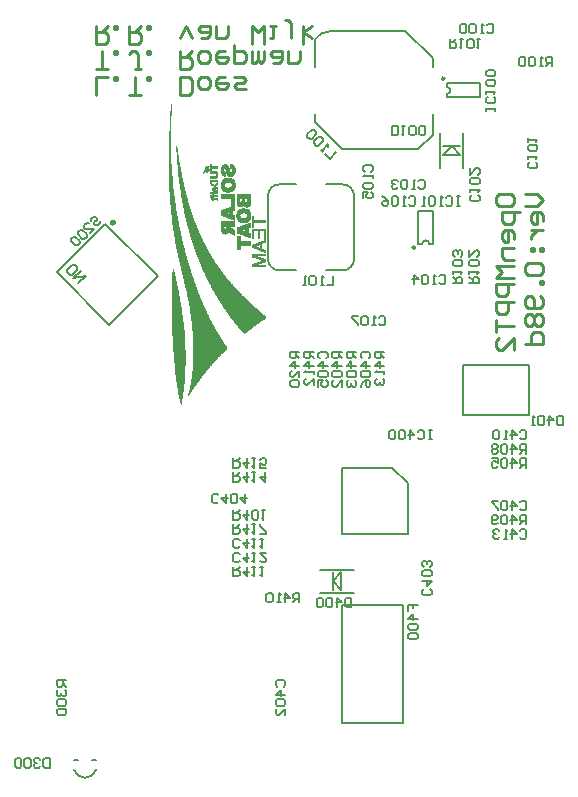
<source format=gbo>
%FSLAX44Y44*%
%MOMM*%
G71*
G01*
G75*
G04 Layer_Color=32896*
%ADD10C,0.4000*%
%ADD11C,0.2540*%
%ADD12R,1.1500X0.7000*%
%ADD13R,0.7000X1.1500*%
%ADD14R,1.0000X1.1000*%
%ADD15R,5.3300X5.5900*%
%ADD16R,6.3500X5.2800*%
%ADD17R,1.1000X1.0000*%
G04:AMPARAMS|DCode=18|XSize=1mm|YSize=1.1mm|CornerRadius=0mm|HoleSize=0mm|Usage=FLASHONLY|Rotation=45.000|XOffset=0mm|YOffset=0mm|HoleType=Round|Shape=Rectangle|*
%AMROTATEDRECTD18*
4,1,4,0.0354,-0.7425,-0.7425,0.0354,-0.0354,0.7425,0.7425,-0.0354,0.0354,-0.7425,0.0*
%
%ADD18ROTATEDRECTD18*%

G04:AMPARAMS|DCode=19|XSize=1mm|YSize=1.1mm|CornerRadius=0mm|HoleSize=0mm|Usage=FLASHONLY|Rotation=135.000|XOffset=0mm|YOffset=0mm|HoleType=Round|Shape=Rectangle|*
%AMROTATEDRECTD19*
4,1,4,0.7425,0.0354,-0.0354,-0.7425,-0.7425,-0.0354,0.0354,0.7425,0.7425,0.0354,0.0*
%
%ADD19ROTATEDRECTD19*%

G04:AMPARAMS|DCode=20|XSize=0.5mm|YSize=1.2mm|CornerRadius=0mm|HoleSize=0mm|Usage=FLASHONLY|Rotation=135.000|XOffset=0mm|YOffset=0mm|HoleType=Round|Shape=Rectangle|*
%AMROTATEDRECTD20*
4,1,4,0.6010,0.2475,-0.2475,-0.6010,-0.6010,-0.2475,0.2475,0.6010,0.6010,0.2475,0.0*
%
%ADD20ROTATEDRECTD20*%

G04:AMPARAMS|DCode=21|XSize=0.5mm|YSize=1.2mm|CornerRadius=0mm|HoleSize=0mm|Usage=FLASHONLY|Rotation=225.000|XOffset=0mm|YOffset=0mm|HoleType=Round|Shape=Rectangle|*
%AMROTATEDRECTD21*
4,1,4,-0.2475,0.6010,0.6010,-0.2475,0.2475,-0.6010,-0.6010,0.2475,-0.2475,0.6010,0.0*
%
%ADD21ROTATEDRECTD21*%

%ADD22O,0.8000X3.0000*%
%ADD23R,0.7620X1.0100*%
%ADD24R,2.2870X1.0100*%
%ADD25R,1.8000X3.7000*%
%ADD26R,0.6000X1.8000*%
G04:AMPARAMS|DCode=27|XSize=0.6mm|YSize=1.8mm|CornerRadius=0.15mm|HoleSize=0mm|Usage=FLASHONLY|Rotation=0.000|XOffset=0mm|YOffset=0mm|HoleType=Round|Shape=RoundedRectangle|*
%AMROUNDEDRECTD27*
21,1,0.6000,1.5000,0,0,0.0*
21,1,0.3000,1.8000,0,0,0.0*
1,1,0.3000,0.1500,-0.7500*
1,1,0.3000,-0.1500,-0.7500*
1,1,0.3000,-0.1500,0.7500*
1,1,0.3000,0.1500,0.7500*
%
%ADD27ROUNDEDRECTD27*%
%ADD28R,1.1000X1.5000*%
%ADD29R,0.6000X0.9000*%
%ADD30C,0.6000*%
%ADD31C,0.4500*%
%ADD32C,1.0000*%
%ADD33C,0.5000*%
%ADD34C,0.1500*%
%ADD35C,0.8000*%
%ADD36C,1.8000*%
%ADD37R,1.8000X1.8000*%
%ADD38R,1.4000X1.4000*%
%ADD39C,1.4000*%
%ADD40C,1.7000*%
%ADD41R,1.8000X1.8000*%
%ADD42P,1.9799X4X360.0*%
%ADD43P,1.9799X4X90.0*%
%ADD44C,0.6000*%
%ADD45C,1.0000*%
%ADD46C,0.9000*%
%ADD47R,1.4000X1.3900*%
%ADD48R,4.8600X3.3600*%
%ADD49R,1.5000X1.0000*%
%ADD50R,1.0000X0.9000*%
%ADD51R,1.6000X1.8000*%
%ADD52O,1.5500X0.2500*%
%ADD53R,1.5500X0.2500*%
%ADD54R,0.2500X1.5500*%
%ADD55R,4.6000X4.6000*%
G04:AMPARAMS|DCode=56|XSize=0.76mm|YSize=1.27mm|CornerRadius=0mm|HoleSize=0mm|Usage=FLASHONLY|Rotation=315.000|XOffset=0mm|YOffset=0mm|HoleType=Round|Shape=Rectangle|*
%AMROTATEDRECTD56*
4,1,4,-0.7177,-0.1803,0.1803,0.7177,0.7177,0.1803,-0.1803,-0.7177,-0.7177,-0.1803,0.0*
%
%ADD56ROTATEDRECTD56*%

%ADD57R,2.2000X1.6000*%
%ADD58R,2.0000X3.5000*%
%ADD59R,0.9000X0.6900*%
%ADD60R,0.9900X0.6900*%
%ADD61R,0.6900X0.9000*%
%ADD62R,0.6900X0.9900*%
%ADD63R,1.4000X1.4000*%
%ADD64R,1.6000X2.9000*%
%ADD65R,1.5000X1.1000*%
%ADD66R,1.8000X1.6000*%
%ADD67R,2.9000X1.6000*%
%ADD68R,3.8100X4.2400*%
%ADD69C,0.1600*%
%ADD70C,0.1800*%
%ADD71C,0.3000*%
%ADD72C,0.2000*%
%ADD73C,0.2500*%
%ADD74C,0.1000*%
%ADD75C,0.1270*%
%ADD76C,0.0254*%
%ADD77C,0.1524*%
D11*
X381820Y450500D02*
G03*
X381820Y450500I-1000J0D01*
G01*
X406820Y593500D02*
G03*
X406820Y593500I-1000J0D01*
G01*
X112000Y601765D02*
X122157D01*
X117078D01*
Y617000D01*
X127235D02*
Y614461D01*
X129774D01*
Y617000D01*
X127235D01*
X150088Y601765D02*
X145009D01*
X147549D01*
Y614461D01*
X145009Y617000D01*
X142470D01*
X139931Y614461D01*
X155166Y617000D02*
Y614461D01*
X157705D01*
Y617000D01*
X155166D01*
X183097D02*
Y601765D01*
X190715D01*
X193254Y604304D01*
Y609383D01*
X190715Y611922D01*
X183097D01*
X188175D02*
X193254Y617000D01*
X200871D02*
X205950D01*
X208489Y614461D01*
Y609383D01*
X205950Y606843D01*
X200871D01*
X198332Y609383D01*
Y614461D01*
X200871Y617000D01*
X221185D02*
X216106D01*
X213567Y614461D01*
Y609383D01*
X216106Y606843D01*
X221185D01*
X223724Y609383D01*
Y611922D01*
X213567D01*
X228802Y622078D02*
Y606843D01*
X236420D01*
X238959Y609383D01*
Y614461D01*
X236420Y617000D01*
X228802D01*
X244037D02*
Y606843D01*
X246576D01*
X249116Y609383D01*
Y617000D01*
Y609383D01*
X251655Y606843D01*
X254194Y609383D01*
Y617000D01*
X261812Y606843D02*
X266890D01*
X269429Y609383D01*
Y617000D01*
X261812D01*
X259272Y614461D01*
X261812Y611922D01*
X269429D01*
X274508Y617000D02*
Y606843D01*
X282125D01*
X284664Y609383D01*
Y617000D01*
X112000Y579765D02*
Y595000D01*
X122157D01*
X127235D02*
Y592461D01*
X129774D01*
Y595000D01*
X127235D01*
X139931Y579765D02*
X150088D01*
X145009D01*
Y595000D01*
X155166D02*
Y592461D01*
X157705D01*
Y595000D01*
X155166D01*
X183097Y579765D02*
Y595000D01*
X190715D01*
X193254Y592461D01*
Y582304D01*
X190715Y579765D01*
X183097D01*
X200871Y595000D02*
X205950D01*
X208489Y592461D01*
Y587383D01*
X205950Y584843D01*
X200871D01*
X198332Y587383D01*
Y592461D01*
X200871Y595000D01*
X221185D02*
X216106D01*
X213567Y592461D01*
Y587383D01*
X216106Y584843D01*
X221185D01*
X223724Y587383D01*
Y589922D01*
X213567D01*
X228802Y595000D02*
X236420D01*
X238959Y592461D01*
X236420Y589922D01*
X231341D01*
X228802Y587383D01*
X231341Y584843D01*
X238959D01*
X112000Y638000D02*
Y622765D01*
X119618D01*
X122157Y625304D01*
Y630382D01*
X119618Y632922D01*
X112000D01*
X117078D02*
X122157Y638000D01*
X127235D02*
Y635461D01*
X129774D01*
Y638000D01*
X127235D01*
X139931D02*
Y622765D01*
X147549D01*
X150088Y625304D01*
Y630382D01*
X147549Y632922D01*
X139931D01*
X145009D02*
X150088Y638000D01*
X155166D02*
Y635461D01*
X157705D01*
Y638000D01*
X155166D01*
X183097Y627843D02*
X188175Y638000D01*
X193254Y627843D01*
X200871D02*
X205950D01*
X208489Y630382D01*
Y638000D01*
X200871D01*
X198332Y635461D01*
X200871Y632922D01*
X208489D01*
X213567Y638000D02*
Y627843D01*
X221185D01*
X223724Y630382D01*
Y638000D01*
X244037Y622765D02*
Y638000D01*
X249116Y632922D01*
X254194Y638000D01*
Y622765D01*
X259272Y638000D02*
X264351D01*
X261812D01*
Y627843D01*
X259272D01*
X271968Y643078D02*
X274508D01*
X277047Y640539D01*
Y627843D01*
X287203Y638000D02*
Y622765D01*
Y632922D02*
X294821Y627843D01*
X287203Y632922D02*
X294821Y638000D01*
X450765Y488382D02*
Y493461D01*
X453304Y496000D01*
X463461D01*
X466000Y493461D01*
Y488382D01*
X463461Y485843D01*
X453304D01*
X450765Y488382D01*
X471078Y480765D02*
X455843D01*
Y473147D01*
X458382Y470608D01*
X463461D01*
X466000Y473147D01*
Y480765D01*
Y457912D02*
Y462991D01*
X463461Y465530D01*
X458382D01*
X455843Y462991D01*
Y457912D01*
X458382Y455373D01*
X460922D01*
Y465530D01*
X466000Y450295D02*
X455843D01*
Y442677D01*
X458382Y440138D01*
X466000D01*
Y435060D02*
X450765D01*
X455843Y429981D01*
X450765Y424903D01*
X466000D01*
Y419825D02*
X450765D01*
Y412207D01*
X453304Y409668D01*
X458382D01*
X460922Y412207D01*
Y419825D01*
X466000Y404590D02*
X450765D01*
Y396972D01*
X453304Y394433D01*
X458382D01*
X460922Y396972D01*
Y404590D01*
X450765Y389355D02*
Y379198D01*
Y384276D01*
X466000D01*
Y363963D02*
Y374119D01*
X455843Y363963D01*
X453304D01*
X450765Y366502D01*
Y371580D01*
X453304Y374119D01*
X474765Y496000D02*
X484922D01*
X490000Y490922D01*
X484922Y485843D01*
X474765D01*
X490000Y473147D02*
Y478226D01*
X487461Y480765D01*
X482383D01*
X479843Y478226D01*
Y473147D01*
X482383Y470608D01*
X484922D01*
Y480765D01*
X479843Y465530D02*
X490000D01*
X484922D01*
X482383Y462991D01*
X479843Y460452D01*
Y457912D01*
Y450295D02*
Y447756D01*
X482383D01*
Y450295D01*
X479843D01*
X487461D02*
Y447756D01*
X490000D01*
Y450295D01*
X487461D01*
X477304Y437599D02*
X474765Y435060D01*
Y429981D01*
X477304Y427442D01*
X487461D01*
X490000Y429981D01*
Y435060D01*
X487461Y437599D01*
X477304D01*
X490000Y422364D02*
X487461D01*
Y419825D01*
X490000D01*
Y422364D01*
X487461Y409668D02*
X490000Y407129D01*
Y402050D01*
X487461Y399511D01*
X477304D01*
X474765Y402050D01*
Y407129D01*
X477304Y409668D01*
X479843D01*
X482383Y407129D01*
Y399511D01*
X477304Y394433D02*
X474765Y391894D01*
Y386815D01*
X477304Y384276D01*
X479843D01*
X482383Y386815D01*
X484922Y384276D01*
X487461D01*
X490000Y386815D01*
Y391894D01*
X487461Y394433D01*
X484922D01*
X482383Y391894D01*
X479843Y394433D01*
X477304D01*
X482383Y391894D02*
Y386815D01*
X474765Y369041D02*
X490000D01*
Y376659D01*
X487461Y379198D01*
X482383D01*
X479843Y376659D01*
Y369041D01*
D33*
X126175Y471479D02*
G03*
X126175Y471479I-316J0D01*
G01*
D34*
X93046Y8196D02*
G03*
X111924Y8196I9439J3304D01*
G01*
X320312Y431005D02*
G03*
X330312Y441005I0J10000D01*
G01*
X257313D02*
G03*
X267313Y431005I10000J0D01*
G01*
X330312Y494005D02*
G03*
X320312Y504005I-10000J0D01*
G01*
X267313Y504005D02*
G03*
X257313Y494004I0J-10000D01*
G01*
X108385Y16500D02*
X111585D01*
X93385D02*
X96585D01*
X301500Y158200D02*
X330500D01*
X301500Y177800D02*
X330500D01*
X319500Y160500D02*
Y175500D01*
X312500Y168000D02*
X319500Y175500D01*
X312500Y168000D02*
X319500Y160500D01*
X312500D02*
Y175500D01*
X306812Y431006D02*
X320312D01*
X267313D02*
X280813D01*
X257313Y441006D02*
Y494005D01*
X330312Y441006D02*
Y494005D01*
X306813Y504005D02*
X320312D01*
X267313Y504005D02*
X280813D01*
X422620Y518000D02*
Y547000D01*
X405320Y529000D02*
X420320D01*
X403020Y518000D02*
Y547000D01*
X412820Y536000D02*
X420320Y529000D01*
X405320Y536000D02*
X420320D01*
X405320Y529000D02*
X412820Y536000D01*
D72*
X309819Y633497D02*
G03*
X296937Y626422I0J-15264D01*
G01*
X393820Y453500D02*
G03*
X387820Y453500I-3000J0D01*
G01*
X408820Y580500D02*
G03*
X408820Y586500I0J3000D01*
G01*
X422750Y308700D02*
Y351300D01*
X478750Y308700D02*
Y351300D01*
X422750D02*
X478750D01*
X422750Y308700D02*
X478750D01*
X375900Y208100D02*
Y250800D01*
X320100Y208100D02*
X375900D01*
X320100D02*
Y263900D01*
X362800D01*
X375900Y250800D01*
X78801Y429442D02*
X119813Y470454D01*
X164008Y426259D01*
X122996Y385247D02*
X164008Y426259D01*
X78801Y429442D02*
X122996Y385247D01*
X384819Y533497D02*
X396819Y545497D01*
Y563497D01*
X319819Y533497D02*
X384819D01*
X296819Y556497D02*
X319819Y533497D01*
X296819Y556497D02*
Y563497D01*
X396816Y603500D02*
Y610495D01*
Y603500D02*
X396819Y603497D01*
X373816Y633495D02*
X396816Y610495D01*
X309819Y633497D02*
X373816D01*
X296937Y603615D02*
Y626422D01*
X384820Y453500D02*
Y481500D01*
X396820D01*
Y453500D02*
Y481500D01*
X384820Y453500D02*
X387820D01*
X393820D02*
X396820D01*
X408820Y577500D02*
X436820D01*
Y589500D01*
X408820Y577500D02*
Y580500D01*
Y589500D02*
X436820D01*
X408820Y586500D02*
Y589500D01*
X320000Y48000D02*
Y148000D01*
Y48000D02*
X372000D01*
Y148000D01*
X320000D02*
X372000D01*
X284000Y362000D02*
X276003D01*
Y358001D01*
X277335Y356668D01*
X280001D01*
X281334Y358001D01*
Y362000D01*
Y359334D02*
X284000Y356668D01*
Y350004D02*
X276003D01*
X280001Y354003D01*
Y348671D01*
X284000Y340674D02*
Y346005D01*
X278668Y340674D01*
X277335D01*
X276003Y342006D01*
Y344672D01*
X277335Y346005D01*
Y338008D02*
X276003Y336675D01*
Y334009D01*
X277335Y332676D01*
X282667D01*
X284000Y334009D01*
Y336675D01*
X282667Y338008D01*
X277335D01*
X86485Y84000D02*
X78488D01*
Y80001D01*
X79820Y78668D01*
X82486D01*
X83819Y80001D01*
Y84000D01*
Y81334D02*
X86485Y78668D01*
X79820Y76003D02*
X78488Y74670D01*
Y72004D01*
X79820Y70671D01*
X81153D01*
X82486Y72004D01*
Y73337D01*
Y72004D01*
X83819Y70671D01*
X85152D01*
X86485Y72004D01*
Y74670D01*
X85152Y76003D01*
X79820Y68005D02*
X78488Y66672D01*
Y64007D01*
X79820Y62674D01*
X85152D01*
X86485Y64007D01*
Y66672D01*
X85152Y68005D01*
X79820D01*
Y60008D02*
X78488Y58675D01*
Y56009D01*
X79820Y54676D01*
X85152D01*
X86485Y56009D01*
Y58675D01*
X85152Y60008D01*
X79820D01*
X72485Y17997D02*
Y10000D01*
X68486D01*
X67153Y11333D01*
Y16665D01*
X68486Y17997D01*
X72485D01*
X64488Y16665D02*
X63155Y17997D01*
X60489D01*
X59156Y16665D01*
Y15332D01*
X60489Y13999D01*
X61822D01*
X60489D01*
X59156Y12666D01*
Y11333D01*
X60489Y10000D01*
X63155D01*
X64488Y11333D01*
X56490Y16665D02*
X55157Y17997D01*
X52491D01*
X51158Y16665D01*
Y11333D01*
X52491Y10000D01*
X55157D01*
X56490Y11333D01*
Y16665D01*
X48493D02*
X47160Y17997D01*
X44494D01*
X43161Y16665D01*
Y11333D01*
X44494Y10000D01*
X47160D01*
X48493Y11333D01*
Y16665D01*
X442668Y638665D02*
X444001Y639997D01*
X446667D01*
X448000Y638665D01*
Y633333D01*
X446667Y632000D01*
X444001D01*
X442668Y633333D01*
X440003Y632000D02*
X437337D01*
X438670D01*
Y639997D01*
X440003Y638665D01*
X433338D02*
X432005Y639997D01*
X429339D01*
X428006Y638665D01*
Y633333D01*
X429339Y632000D01*
X432005D01*
X433338Y633333D01*
Y638665D01*
X425341D02*
X424008Y639997D01*
X421342D01*
X420009Y638665D01*
Y633333D01*
X421342Y632000D01*
X424008D01*
X425341Y633333D01*
Y638665D01*
X484202Y522832D02*
X485535Y521499D01*
Y518833D01*
X484202Y517500D01*
X478870D01*
X477537Y518833D01*
Y521499D01*
X478870Y522832D01*
X477537Y525497D02*
Y528163D01*
Y526830D01*
X485535D01*
X484202Y525497D01*
Y532162D02*
X485535Y533495D01*
Y536161D01*
X484202Y537494D01*
X478870D01*
X477537Y536161D01*
Y533495D01*
X478870Y532162D01*
X484202D01*
X477537Y540159D02*
Y542825D01*
Y541492D01*
X485535D01*
X484202Y540159D01*
X435202Y494832D02*
X436535Y493499D01*
Y490833D01*
X435202Y489500D01*
X429870D01*
X428537Y490833D01*
Y493499D01*
X429870Y494832D01*
X428537Y497497D02*
Y500163D01*
Y498830D01*
X436535D01*
X435202Y497497D01*
Y504162D02*
X436535Y505495D01*
Y508161D01*
X435202Y509493D01*
X429870D01*
X428537Y508161D01*
Y505495D01*
X429870Y504162D01*
X435202D01*
X428537Y517491D02*
Y512159D01*
X433869Y517491D01*
X435202D01*
X436535Y516158D01*
Y513492D01*
X435202Y512159D01*
X384668Y506665D02*
X386001Y507997D01*
X388667D01*
X390000Y506665D01*
Y501333D01*
X388667Y500000D01*
X386001D01*
X384668Y501333D01*
X382003Y500000D02*
X379337D01*
X380670D01*
Y507997D01*
X382003Y506665D01*
X375338D02*
X374005Y507997D01*
X371339D01*
X370006Y506665D01*
Y501333D01*
X371339Y500000D01*
X374005D01*
X375338Y501333D01*
Y506665D01*
X367341D02*
X366008Y507997D01*
X363342D01*
X362009Y506665D01*
Y505332D01*
X363342Y503999D01*
X364675D01*
X363342D01*
X362009Y502666D01*
Y501333D01*
X363342Y500000D01*
X366008D01*
X367341Y501333D01*
X402206Y426165D02*
X403538Y427497D01*
X406204D01*
X407537Y426165D01*
Y420833D01*
X406204Y419500D01*
X403538D01*
X402206Y420833D01*
X399540Y419500D02*
X396874D01*
X398207D01*
Y427497D01*
X399540Y426165D01*
X392875D02*
X391542Y427497D01*
X388876D01*
X387544Y426165D01*
Y420833D01*
X388876Y419500D01*
X391542D01*
X392875Y420833D01*
Y426165D01*
X380879Y419500D02*
Y427497D01*
X384878Y423499D01*
X379546D01*
X339336Y514668D02*
X338003Y516001D01*
Y518667D01*
X339336Y520000D01*
X344667D01*
X346000Y518667D01*
Y516001D01*
X344667Y514668D01*
X346000Y512003D02*
Y509337D01*
Y510670D01*
X338003D01*
X339336Y512003D01*
Y505338D02*
X338003Y504005D01*
Y501339D01*
X339336Y500006D01*
X344667D01*
X346000Y501339D01*
Y504005D01*
X344667Y505338D01*
X339336D01*
X338003Y492009D02*
Y497341D01*
X342001D01*
X340668Y494675D01*
Y493342D01*
X342001Y492009D01*
X344667D01*
X346000Y493342D01*
Y496008D01*
X344667Y497341D01*
X376668Y492664D02*
X378001Y493997D01*
X380667D01*
X382000Y492664D01*
Y487333D01*
X380667Y486000D01*
X378001D01*
X376668Y487333D01*
X374003Y486000D02*
X371337D01*
X372670D01*
Y493997D01*
X374003Y492664D01*
X367338D02*
X366005Y493997D01*
X363339D01*
X362006Y492664D01*
Y487333D01*
X363339Y486000D01*
X366005D01*
X367338Y487333D01*
Y492664D01*
X354009Y493997D02*
X356675Y492664D01*
X359341Y489999D01*
Y487333D01*
X358008Y486000D01*
X355342D01*
X354009Y487333D01*
Y488666D01*
X355342Y489999D01*
X359341D01*
X351205Y391165D02*
X352538Y392497D01*
X355204D01*
X356537Y391165D01*
Y385833D01*
X355204Y384500D01*
X352538D01*
X351205Y385833D01*
X348540Y384500D02*
X345874D01*
X347207D01*
Y392497D01*
X348540Y391165D01*
X341875D02*
X340542Y392497D01*
X337877D01*
X336544Y391165D01*
Y385833D01*
X337877Y384500D01*
X340542D01*
X341875Y385833D01*
Y391165D01*
X333878Y392497D02*
X328546D01*
Y391165D01*
X333878Y385833D01*
Y384500D01*
X362537Y545503D02*
Y553500D01*
X366536D01*
X367869Y552167D01*
Y546835D01*
X366536Y545503D01*
X362537D01*
X370535Y553500D02*
X373200D01*
X371867D01*
Y545503D01*
X370535Y546835D01*
X377199D02*
X378532Y545503D01*
X381198D01*
X382531Y546835D01*
Y552167D01*
X381198Y553500D01*
X378532D01*
X377199Y552167D01*
Y546835D01*
X385196D02*
X386529Y545503D01*
X389195D01*
X390528Y546835D01*
Y552167D01*
X389195Y553500D01*
X386529D01*
X385196Y552167D01*
Y546835D01*
X449997Y566000D02*
Y568666D01*
Y567333D01*
X442000D01*
Y566000D01*
Y568666D01*
X448665Y577996D02*
X449997Y576663D01*
Y573997D01*
X448665Y572664D01*
X443333D01*
X442000Y573997D01*
Y576663D01*
X443333Y577996D01*
X442000Y580662D02*
Y583328D01*
Y581995D01*
X449997D01*
X448665Y580662D01*
Y587327D02*
X449997Y588659D01*
Y591325D01*
X448665Y592658D01*
X443333D01*
X442000Y591325D01*
Y588659D01*
X443333Y587327D01*
X448665D01*
Y595324D02*
X449997Y596657D01*
Y599323D01*
X448665Y600656D01*
X443333D01*
X442000Y599323D01*
Y596657D01*
X443333Y595324D01*
X448665D01*
X420000Y493997D02*
X417334D01*
X418667D01*
Y486000D01*
X420000D01*
X417334D01*
X408004Y492664D02*
X409337Y493997D01*
X412003D01*
X413335Y492664D01*
Y487333D01*
X412003Y486000D01*
X409337D01*
X408004Y487333D01*
X405338Y486000D02*
X402672D01*
X404005D01*
Y493997D01*
X405338Y492664D01*
X398674D02*
X397341Y493997D01*
X394675D01*
X393342Y492664D01*
Y487333D01*
X394675Y486000D01*
X397341D01*
X398674Y487333D01*
Y492664D01*
X390676Y486000D02*
X388010D01*
X389343D01*
Y493997D01*
X390676Y492664D01*
X315192Y531155D02*
X309537Y525500D01*
X305767Y529270D01*
X303882Y531155D02*
X301997Y533040D01*
X302940Y532098D01*
X308595Y537752D01*
X308595Y535868D01*
X303882Y540580D02*
X303882Y542465D01*
X301997Y544350D01*
X300112D01*
X296342Y540580D01*
X296342Y538695D01*
X298227Y536810D01*
X300112D01*
X303882Y540580D01*
X298227Y546235D02*
X298227Y548120D01*
X296342Y550005D01*
X294457D01*
X290687Y546235D01*
Y544350D01*
X292572Y542465D01*
X294457D01*
X298227Y546235D01*
X312537Y426497D02*
Y418500D01*
X307206D01*
X304540D02*
X301874D01*
X303207D01*
Y426497D01*
X304540Y425164D01*
X297875D02*
X296542Y426497D01*
X293876D01*
X292544Y425164D01*
Y419833D01*
X293876Y418500D01*
X296542D01*
X297875Y419833D01*
Y425164D01*
X289878Y418500D02*
X287212D01*
X288545D01*
Y426497D01*
X289878Y425164D01*
X498000Y604000D02*
Y611997D01*
X494001D01*
X492668Y610664D01*
Y607999D01*
X494001Y606666D01*
X498000D01*
X495334D02*
X492668Y604000D01*
X490003D02*
X487337D01*
X488670D01*
Y611997D01*
X490003Y610664D01*
X483338D02*
X482005Y611997D01*
X479339D01*
X478006Y610664D01*
Y605333D01*
X479339Y604000D01*
X482005D01*
X483338Y605333D01*
Y610664D01*
X475341D02*
X474008Y611997D01*
X471342D01*
X470009Y610664D01*
Y605333D01*
X471342Y604000D01*
X474008D01*
X475341Y605333D01*
Y610664D01*
X411640Y627000D02*
Y619003D01*
X415638D01*
X416971Y620336D01*
Y623001D01*
X415638Y624334D01*
X411640D01*
X414305D02*
X416971Y627000D01*
X419637D02*
X422303D01*
X420970D01*
Y619003D01*
X419637Y620336D01*
X426301D02*
X427634Y619003D01*
X430300D01*
X431633Y620336D01*
Y625667D01*
X430300Y627000D01*
X427634D01*
X426301Y625667D01*
Y620336D01*
X434299Y627000D02*
X436965D01*
X435632D01*
Y619003D01*
X434299Y620336D01*
X428000Y420000D02*
X435997D01*
Y423999D01*
X434664Y425332D01*
X431999D01*
X430666Y423999D01*
Y420000D01*
Y422666D02*
X428000Y425332D01*
Y427997D02*
Y430663D01*
Y429330D01*
X435997D01*
X434664Y427997D01*
Y434662D02*
X435997Y435995D01*
Y438661D01*
X434664Y439994D01*
X429333D01*
X428000Y438661D01*
Y435995D01*
X429333Y434662D01*
X434664D01*
X428000Y447991D02*
Y442659D01*
X433332Y447991D01*
X434664D01*
X435997Y446658D01*
Y443992D01*
X434664Y442659D01*
X414000Y420000D02*
X421997D01*
Y423999D01*
X420664Y425332D01*
X417999D01*
X416666Y423999D01*
Y420000D01*
Y422666D02*
X414000Y425332D01*
Y427997D02*
Y430663D01*
Y429330D01*
X421997D01*
X420664Y427997D01*
Y434662D02*
X421997Y435995D01*
Y438661D01*
X420664Y439994D01*
X415333D01*
X414000Y438661D01*
Y435995D01*
X415333Y434662D01*
X420664D01*
Y442659D02*
X421997Y443992D01*
Y446658D01*
X420664Y447991D01*
X419332D01*
X417999Y446658D01*
Y445325D01*
Y446658D01*
X416666Y447991D01*
X415333D01*
X414000Y446658D01*
Y443992D01*
X415333Y442659D01*
X107517Y472943D02*
Y474827D01*
X109402Y476712D01*
X111287Y476712D01*
X112230Y475770D01*
X112230Y473885D01*
X110345Y472000D01*
X110345Y470115D01*
X111287Y469173D01*
X113173Y469173D01*
X115057Y471058D01*
Y472943D01*
X106575Y462575D02*
X110345Y466345D01*
X102805D01*
X101862Y467287D01*
Y469173D01*
X103747Y471058D01*
X105632Y471058D01*
X99977Y465402D02*
X98092Y465402D01*
X96207Y463517D01*
Y461632D01*
X99977Y457862D01*
X101862Y457862D01*
X103747Y459747D01*
Y461632D01*
X99977Y465402D01*
X94322Y459747D02*
X92437Y459747D01*
X90552Y457862D01*
Y455977D01*
X94322Y452207D01*
X96207Y452207D01*
X98092Y454092D01*
Y455977D01*
X94322Y459747D01*
X228000Y216000D02*
Y208003D01*
X231999D01*
X233332Y209335D01*
Y212001D01*
X231999Y213334D01*
X228000D01*
X230666D02*
X233332Y216000D01*
X239996D02*
Y208003D01*
X235997Y212001D01*
X241329D01*
X243995Y216000D02*
X246661D01*
X245328D01*
Y208003D01*
X243995Y209335D01*
X250659Y208003D02*
X255991D01*
Y209335D01*
X250659Y214667D01*
Y216000D01*
X228000Y272000D02*
Y264003D01*
X231999D01*
X233332Y265336D01*
Y268001D01*
X231999Y269334D01*
X228000D01*
X230666D02*
X233332Y272000D01*
X239996D02*
Y264003D01*
X235997Y268001D01*
X241329D01*
X243995Y272000D02*
X246661D01*
X245328D01*
Y264003D01*
X243995Y265336D01*
X255991Y264003D02*
X250659D01*
Y268001D01*
X253325Y266668D01*
X254658D01*
X255991Y268001D01*
Y270667D01*
X254658Y272000D01*
X251992D01*
X250659Y270667D01*
X228000Y260000D02*
Y252003D01*
X231999D01*
X233332Y253335D01*
Y256001D01*
X231999Y257334D01*
X228000D01*
X230666D02*
X233332Y260000D01*
X239996D02*
Y252003D01*
X235997Y256001D01*
X241329D01*
X243995Y260000D02*
X246661D01*
X245328D01*
Y252003D01*
X243995Y253335D01*
X254658Y260000D02*
Y252003D01*
X250659Y256001D01*
X255991D01*
X356000Y362000D02*
X348003D01*
Y358001D01*
X349336Y356668D01*
X352001D01*
X353334Y358001D01*
Y362000D01*
Y359334D02*
X356000Y356668D01*
Y350004D02*
X348003D01*
X352001Y354003D01*
Y348671D01*
X356000Y346005D02*
Y343339D01*
Y344672D01*
X348003D01*
X349336Y346005D01*
Y339341D02*
X348003Y338008D01*
Y335342D01*
X349336Y334009D01*
X350668D01*
X352001Y335342D01*
Y336675D01*
Y335342D01*
X353334Y334009D01*
X354667D01*
X356000Y335342D01*
Y338008D01*
X354667Y339341D01*
X296000Y362000D02*
X288003D01*
Y358001D01*
X289335Y356668D01*
X292001D01*
X293334Y358001D01*
Y362000D01*
Y359334D02*
X296000Y356668D01*
Y350004D02*
X288003D01*
X292001Y354003D01*
Y348671D01*
X296000Y346005D02*
Y343339D01*
Y344672D01*
X288003D01*
X289335Y346005D01*
X296000Y334009D02*
Y339341D01*
X290668Y334009D01*
X289335D01*
X288003Y335342D01*
Y338008D01*
X289335Y339341D01*
X228000Y180000D02*
Y172003D01*
X231999D01*
X233332Y173335D01*
Y176001D01*
X231999Y177334D01*
X228000D01*
X230666D02*
X233332Y180000D01*
X239996D02*
Y172003D01*
X235997Y176001D01*
X241329D01*
X243995Y180000D02*
X246661D01*
X245328D01*
Y172003D01*
X243995Y173335D01*
X250659Y180000D02*
X253325D01*
X251992D01*
Y172003D01*
X250659Y173335D01*
X284000Y150000D02*
Y157997D01*
X280001D01*
X278668Y156664D01*
Y153999D01*
X280001Y152666D01*
X284000D01*
X281334D02*
X278668Y150000D01*
X272004D02*
Y157997D01*
X276003Y153999D01*
X270671D01*
X268005Y150000D02*
X265339D01*
X266672D01*
Y157997D01*
X268005Y156664D01*
X261341D02*
X260008Y157997D01*
X257342D01*
X256009Y156664D01*
Y151333D01*
X257342Y150000D01*
X260008D01*
X261341Y151333D01*
Y156664D01*
X476000Y216000D02*
Y223997D01*
X472001D01*
X470668Y222665D01*
Y219999D01*
X472001Y218666D01*
X476000D01*
X473334D02*
X470668Y216000D01*
X464004D02*
Y223997D01*
X468003Y219999D01*
X462671D01*
X460005Y222665D02*
X458672Y223997D01*
X456006D01*
X454674Y222665D01*
Y217333D01*
X456006Y216000D01*
X458672D01*
X460005Y217333D01*
Y222665D01*
X452008Y217333D02*
X450675Y216000D01*
X448009D01*
X446676Y217333D01*
Y222665D01*
X448009Y223997D01*
X450675D01*
X452008Y222665D01*
Y221332D01*
X450675Y219999D01*
X446676D01*
X476000Y276000D02*
Y283997D01*
X472001D01*
X470668Y282665D01*
Y279999D01*
X472001Y278666D01*
X476000D01*
X473334D02*
X470668Y276000D01*
X464004D02*
Y283997D01*
X468003Y279999D01*
X462671D01*
X460005Y282665D02*
X458672Y283997D01*
X456006D01*
X454674Y282665D01*
Y277333D01*
X456006Y276000D01*
X458672D01*
X460005Y277333D01*
Y282665D01*
X452008D02*
X450675Y283997D01*
X448009D01*
X446676Y282665D01*
Y281332D01*
X448009Y279999D01*
X446676Y278666D01*
Y277333D01*
X448009Y276000D01*
X450675D01*
X452008Y277333D01*
Y278666D01*
X450675Y279999D01*
X452008Y281332D01*
Y282665D01*
X450675Y279999D02*
X448009D01*
X476000Y264000D02*
Y271997D01*
X472001D01*
X470668Y270665D01*
Y267999D01*
X472001Y266666D01*
X476000D01*
X473334D02*
X470668Y264000D01*
X464004D02*
Y271997D01*
X468003Y267999D01*
X462671D01*
X460005Y270665D02*
X458672Y271997D01*
X456006D01*
X454674Y270665D01*
Y265333D01*
X456006Y264000D01*
X458672D01*
X460005Y265333D01*
Y270665D01*
X446676Y271997D02*
X452008D01*
Y267999D01*
X449342Y269332D01*
X448009D01*
X446676Y267999D01*
Y265333D01*
X448009Y264000D01*
X450675D01*
X452008Y265333D01*
X332000Y362000D02*
X324003D01*
Y358001D01*
X325336Y356668D01*
X328001D01*
X329334Y358001D01*
Y362000D01*
Y359334D02*
X332000Y356668D01*
Y350004D02*
X324003D01*
X328001Y354003D01*
Y348671D01*
X325336Y346005D02*
X324003Y344672D01*
Y342006D01*
X325336Y340674D01*
X330667D01*
X332000Y342006D01*
Y344672D01*
X330667Y346005D01*
X325336D01*
Y338008D02*
X324003Y336675D01*
Y334009D01*
X325336Y332676D01*
X326668D01*
X328001Y334009D01*
Y335342D01*
Y334009D01*
X329334Y332676D01*
X330667D01*
X332000Y334009D01*
Y336675D01*
X330667Y338008D01*
X320000Y362000D02*
X312003D01*
Y358001D01*
X313335Y356668D01*
X316001D01*
X317334Y358001D01*
Y362000D01*
Y359334D02*
X320000Y356668D01*
Y350004D02*
X312003D01*
X316001Y354003D01*
Y348671D01*
X313335Y346005D02*
X312003Y344672D01*
Y342006D01*
X313335Y340674D01*
X318667D01*
X320000Y342006D01*
Y344672D01*
X318667Y346005D01*
X313335D01*
X320000Y332676D02*
Y338008D01*
X314668Y332676D01*
X313335D01*
X312003Y334009D01*
Y336675D01*
X313335Y338008D01*
X228000Y228000D02*
Y220003D01*
X231999D01*
X233332Y221336D01*
Y224001D01*
X231999Y225334D01*
X228000D01*
X230666D02*
X233332Y228000D01*
X239996D02*
Y220003D01*
X235997Y224001D01*
X241329D01*
X243995Y221336D02*
X245328Y220003D01*
X247994D01*
X249326Y221336D01*
Y226667D01*
X247994Y228000D01*
X245328D01*
X243995Y226667D01*
Y221336D01*
X251992Y228000D02*
X254658D01*
X253325D01*
Y220003D01*
X251992Y221336D01*
X396000Y295997D02*
X393334D01*
X394667D01*
Y288000D01*
X396000D01*
X393334D01*
X384004Y294664D02*
X385337Y295997D01*
X388003D01*
X389336Y294664D01*
Y289333D01*
X388003Y288000D01*
X385337D01*
X384004Y289333D01*
X377339Y288000D02*
Y295997D01*
X381338Y291999D01*
X376006D01*
X373341Y294664D02*
X372008Y295997D01*
X369342D01*
X368009Y294664D01*
Y289333D01*
X369342Y288000D01*
X372008D01*
X373341Y289333D01*
Y294664D01*
X365343D02*
X364010Y295997D01*
X361344D01*
X360012Y294664D01*
Y289333D01*
X361344Y288000D01*
X364010D01*
X365343Y289333D01*
Y294664D01*
X507250Y307997D02*
Y300000D01*
X503251D01*
X501918Y301333D01*
Y306665D01*
X503251Y307997D01*
X507250D01*
X495254Y300000D02*
Y307997D01*
X499253Y303999D01*
X493921D01*
X491255Y306665D02*
X489922Y307997D01*
X487256D01*
X485924Y306665D01*
Y301333D01*
X487256Y300000D01*
X489922D01*
X491255Y301333D01*
Y306665D01*
X483258Y300000D02*
X480592D01*
X481925D01*
Y307997D01*
X483258Y306665D01*
X328000Y153997D02*
Y146000D01*
X324001D01*
X322668Y147333D01*
Y152664D01*
X324001Y153997D01*
X328000D01*
X316004Y146000D02*
Y153997D01*
X320003Y149999D01*
X314671D01*
X312005Y152664D02*
X310672Y153997D01*
X308006D01*
X306674Y152664D01*
Y147333D01*
X308006Y146000D01*
X310672D01*
X312005Y147333D01*
Y152664D01*
X304008D02*
X302675Y153997D01*
X300009D01*
X298676Y152664D01*
Y147333D01*
X300009Y146000D01*
X302675D01*
X304008Y147333D01*
Y152664D01*
X470668Y210665D02*
X472001Y211997D01*
X474667D01*
X476000Y210665D01*
Y205333D01*
X474667Y204000D01*
X472001D01*
X470668Y205333D01*
X464004Y204000D02*
Y211997D01*
X468003Y207999D01*
X462671D01*
X460005Y204000D02*
X457339D01*
X458672D01*
Y211997D01*
X460005Y210665D01*
X453341D02*
X452008Y211997D01*
X449342D01*
X448009Y210665D01*
Y209332D01*
X449342Y207999D01*
X450675D01*
X449342D01*
X448009Y206666D01*
Y205333D01*
X449342Y204000D01*
X452008D01*
X453341Y205333D01*
X233332Y185336D02*
X231999Y184003D01*
X229333D01*
X228000Y185336D01*
Y190667D01*
X229333Y192000D01*
X231999D01*
X233332Y190667D01*
X239996Y192000D02*
Y184003D01*
X235997Y188001D01*
X241329D01*
X243995Y192000D02*
X246661D01*
X245328D01*
Y184003D01*
X243995Y185336D01*
X255991Y192000D02*
X250659D01*
X255991Y186668D01*
Y185336D01*
X254658Y184003D01*
X251992D01*
X250659Y185336D01*
X233332Y197335D02*
X231999Y196003D01*
X229333D01*
X228000Y197335D01*
Y202667D01*
X229333Y204000D01*
X231999D01*
X233332Y202667D01*
X239996Y204000D02*
Y196003D01*
X235997Y200001D01*
X241329D01*
X243995Y204000D02*
X246661D01*
X245328D01*
Y196003D01*
X243995Y197335D01*
X250659Y204000D02*
X253325D01*
X251992D01*
Y196003D01*
X250659Y197335D01*
X470668Y294664D02*
X472001Y295997D01*
X474667D01*
X476000Y294664D01*
Y289333D01*
X474667Y288000D01*
X472001D01*
X470668Y289333D01*
X464004Y288000D02*
Y295997D01*
X468003Y291999D01*
X462671D01*
X460005Y288000D02*
X457339D01*
X458672D01*
Y295997D01*
X460005Y294664D01*
X453341D02*
X452008Y295997D01*
X449342D01*
X448009Y294664D01*
Y289333D01*
X449342Y288000D01*
X452008D01*
X453341Y289333D01*
Y294664D01*
X470668Y234664D02*
X472001Y235997D01*
X474667D01*
X476000Y234664D01*
Y229333D01*
X474667Y228000D01*
X472001D01*
X470668Y229333D01*
X464004Y228000D02*
Y235997D01*
X468003Y231999D01*
X462671D01*
X460005Y234664D02*
X458672Y235997D01*
X456006D01*
X454674Y234664D01*
Y229333D01*
X456006Y228000D01*
X458672D01*
X460005Y229333D01*
Y234664D01*
X452008Y235997D02*
X446676D01*
Y234664D01*
X452008Y229333D01*
Y228000D01*
X337336Y356668D02*
X336003Y358001D01*
Y360667D01*
X337336Y362000D01*
X342667D01*
X344000Y360667D01*
Y358001D01*
X342667Y356668D01*
X344000Y350004D02*
X336003D01*
X340001Y354003D01*
Y348671D01*
X337336Y346005D02*
X336003Y344672D01*
Y342006D01*
X337336Y340674D01*
X342667D01*
X344000Y342006D01*
Y344672D01*
X342667Y346005D01*
X337336D01*
X336003Y332676D02*
X337336Y335342D01*
X340001Y338008D01*
X342667D01*
X344000Y336675D01*
Y334009D01*
X342667Y332676D01*
X341334D01*
X340001Y334009D01*
Y338008D01*
X301336Y356668D02*
X300003Y358001D01*
Y360667D01*
X301336Y362000D01*
X306667D01*
X308000Y360667D01*
Y358001D01*
X306667Y356668D01*
X308000Y350004D02*
X300003D01*
X304001Y354003D01*
Y348671D01*
X301336Y346005D02*
X300003Y344672D01*
Y342006D01*
X301336Y340674D01*
X306667D01*
X308000Y342006D01*
Y344672D01*
X306667Y346005D01*
X301336D01*
X300003Y332676D02*
Y338008D01*
X304001D01*
X302668Y335342D01*
Y334009D01*
X304001Y332676D01*
X306667D01*
X308000Y334009D01*
Y336675D01*
X306667Y338008D01*
X215332Y235336D02*
X213999Y234003D01*
X211333D01*
X210000Y235336D01*
Y240667D01*
X211333Y242000D01*
X213999D01*
X215332Y240667D01*
X221996Y242000D02*
Y234003D01*
X217997Y238001D01*
X223329D01*
X225995Y235336D02*
X227328Y234003D01*
X229994D01*
X231327Y235336D01*
Y240667D01*
X229994Y242000D01*
X227328D01*
X225995Y240667D01*
Y235336D01*
X237991Y242000D02*
Y234003D01*
X233992Y238001D01*
X239324D01*
X394664Y161332D02*
X395997Y159999D01*
Y157333D01*
X394664Y156000D01*
X389333D01*
X388000Y157333D01*
Y159999D01*
X389333Y161332D01*
X388000Y167996D02*
X395997D01*
X391999Y163997D01*
Y169329D01*
X394664Y171995D02*
X395997Y173328D01*
Y175994D01*
X394664Y177326D01*
X389333D01*
X388000Y175994D01*
Y173328D01*
X389333Y171995D01*
X394664D01*
Y179992D02*
X395997Y181325D01*
Y183991D01*
X394664Y185324D01*
X393332D01*
X391999Y183991D01*
Y182658D01*
Y183991D01*
X390666Y185324D01*
X389333D01*
X388000Y183991D01*
Y181325D01*
X389333Y179992D01*
X376003Y142668D02*
Y148000D01*
X380001D01*
Y145334D01*
Y148000D01*
X384000D01*
Y136004D02*
X376003D01*
X380001Y140003D01*
Y134671D01*
X377336Y132005D02*
X376003Y130672D01*
Y128006D01*
X377336Y126674D01*
X382667D01*
X384000Y128006D01*
Y130672D01*
X382667Y132005D01*
X377336D01*
Y124008D02*
X376003Y122675D01*
Y120009D01*
X377336Y118676D01*
X382667D01*
X384000Y120009D01*
Y122675D01*
X382667Y124008D01*
X377336D01*
X265336Y78668D02*
X264003Y80001D01*
Y82667D01*
X265336Y84000D01*
X270667D01*
X272000Y82667D01*
Y80001D01*
X270667Y78668D01*
X272000Y72004D02*
X264003D01*
X268001Y76003D01*
Y70671D01*
X265336Y68005D02*
X264003Y66672D01*
Y64006D01*
X265336Y62674D01*
X270667D01*
X272000Y64006D01*
Y66672D01*
X270667Y68005D01*
X265336D01*
X272000Y54676D02*
Y60008D01*
X266668Y54676D01*
X265336D01*
X264003Y56009D01*
Y58675D01*
X265336Y60008D01*
D76*
X173450Y512650D02*
Y532970D01*
X173704Y503760D02*
Y542368D01*
X173958Y498426D02*
Y548972D01*
X174212Y493854D02*
Y554560D01*
X174466Y554052D02*
Y561418D01*
Y490298D02*
Y533224D01*
X174720Y558878D02*
Y566244D01*
Y486996D02*
Y526366D01*
X174974Y562942D02*
Y570308D01*
Y483948D02*
Y521286D01*
X175228Y567006D02*
Y572340D01*
Y481408D02*
Y517222D01*
X175482Y570562D02*
Y572340D01*
Y478868D02*
Y513666D01*
X175736Y476582D02*
Y510618D01*
X175990Y474296D02*
Y507824D01*
Y391238D02*
Y417146D01*
X176244Y472264D02*
Y505030D01*
Y382348D02*
Y424766D01*
X176498Y470232D02*
Y502744D01*
Y376252D02*
Y429846D01*
X176752Y468454D02*
Y500204D01*
Y371172D02*
Y432386D01*
X177006Y466676D02*
Y498172D01*
Y366854D02*
Y432132D01*
X177260Y464898D02*
Y496140D01*
Y362790D02*
Y430862D01*
X177514Y463120D02*
Y493854D01*
Y359488D02*
Y429846D01*
X177768Y461596D02*
Y492076D01*
Y356186D02*
Y428830D01*
X178022Y460072D02*
Y490298D01*
Y353392D02*
Y427560D01*
X178276Y458548D02*
Y488520D01*
Y350598D02*
Y426544D01*
X178530Y457024D02*
Y486488D01*
Y348058D02*
Y425274D01*
X178784Y455500D02*
Y484964D01*
Y345518D02*
Y424004D01*
X179038Y454230D02*
Y483186D01*
Y343232D02*
Y422988D01*
X179292Y452960D02*
Y481662D01*
Y341200D02*
Y421718D01*
X179546Y451690D02*
Y480138D01*
Y339168D02*
Y420448D01*
X179800Y531954D02*
Y536780D01*
Y450166D02*
Y478614D01*
Y337136D02*
Y419178D01*
X180054Y527890D02*
Y535002D01*
Y448896D02*
Y477090D01*
Y335358D02*
Y417908D01*
X180308Y524334D02*
Y532970D01*
Y447626D02*
Y475820D01*
Y333580D02*
Y416638D01*
X180562Y521286D02*
Y531192D01*
Y446356D02*
Y474296D01*
Y332056D02*
Y415368D01*
X180816Y518238D02*
Y529160D01*
Y445340D02*
Y473026D01*
Y330532D02*
Y414098D01*
X181070Y515698D02*
Y527636D01*
Y444070D02*
Y471502D01*
Y329008D02*
Y412828D01*
X181324Y513158D02*
Y525858D01*
Y443054D02*
Y470232D01*
Y327484D02*
Y411558D01*
X181578Y511380D02*
Y524588D01*
Y442038D02*
Y469216D01*
Y326468D02*
Y410542D01*
X181832Y509094D02*
Y523064D01*
Y440768D02*
Y467946D01*
Y325198D02*
Y409018D01*
X182086Y507062D02*
Y521286D01*
Y439752D02*
Y466676D01*
Y323928D02*
Y407748D01*
X182340Y505030D02*
Y519762D01*
Y438736D02*
Y465406D01*
Y322658D02*
Y406224D01*
X182594Y503252D02*
Y518238D01*
Y437466D02*
Y464136D01*
Y321642D02*
Y404700D01*
X182848Y501474D02*
Y516968D01*
Y436450D02*
Y463120D01*
Y320626D02*
Y403176D01*
X183102Y499696D02*
Y515444D01*
Y435434D02*
Y461850D01*
Y319610D02*
Y401652D01*
X183356Y497918D02*
Y514174D01*
Y434164D02*
Y460580D01*
Y318594D02*
Y400128D01*
X183610Y496394D02*
Y512904D01*
Y433148D02*
Y459564D01*
Y318340D02*
Y398604D01*
X183864Y494616D02*
Y511634D01*
Y432132D02*
Y458294D01*
Y319864D02*
Y396826D01*
X184118Y493092D02*
Y510110D01*
Y431116D02*
Y457278D01*
Y321388D02*
Y395048D01*
X184372Y491822D02*
Y509094D01*
Y430100D02*
Y456262D01*
Y323166D02*
Y393270D01*
X184626Y490298D02*
Y507824D01*
Y428830D02*
Y454992D01*
Y324944D02*
Y391492D01*
X184880Y488774D02*
Y506554D01*
Y427814D02*
Y453976D01*
Y326976D02*
Y389460D01*
X185134Y487504D02*
Y505538D01*
Y426798D02*
Y452960D01*
Y328754D02*
Y387428D01*
X185388Y486234D02*
Y504268D01*
Y425782D02*
Y451944D01*
Y331040D02*
Y385142D01*
X185642Y484964D02*
Y503252D01*
Y424766D02*
Y450928D01*
Y333072D02*
Y382856D01*
X185896Y483694D02*
Y501982D01*
Y423750D02*
Y449912D01*
Y335612D02*
Y380316D01*
X186150Y482424D02*
Y500966D01*
Y422734D02*
Y448896D01*
Y338406D02*
Y377522D01*
X186404Y481154D02*
Y499950D01*
Y421718D02*
Y447880D01*
Y341454D02*
Y374220D01*
X186658Y479884D02*
Y498934D01*
Y420702D02*
Y446864D01*
Y345518D02*
Y370156D01*
X186912Y478868D02*
Y497918D01*
Y419686D02*
Y445848D01*
Y351360D02*
Y364060D01*
X187166Y477598D02*
Y496902D01*
Y418416D02*
Y445086D01*
X187420Y476582D02*
Y495886D01*
Y417400D02*
Y444070D01*
X187674Y475566D02*
Y494870D01*
Y416384D02*
Y443054D01*
X187928Y474296D02*
Y493854D01*
Y415368D02*
Y442292D01*
X188182Y473280D02*
Y492838D01*
Y414098D02*
Y441276D01*
X188436Y472264D02*
Y492076D01*
Y413082D02*
Y440260D01*
X188690Y471248D02*
Y491060D01*
Y412066D02*
Y439498D01*
X188944Y470232D02*
Y490044D01*
Y410796D02*
Y438482D01*
X189198Y469216D02*
Y489282D01*
Y409526D02*
Y437720D01*
X189452Y468200D02*
Y488520D01*
Y408256D02*
Y436958D01*
Y325706D02*
Y325960D01*
X189706Y467438D02*
Y487504D01*
Y407240D02*
Y435942D01*
Y325706D02*
Y326722D01*
X189960Y466676D02*
Y486742D01*
Y406224D02*
Y435434D01*
Y326214D02*
Y327230D01*
X190214Y465660D02*
Y485980D01*
Y404700D02*
Y434418D01*
Y326468D02*
Y327992D01*
X190468Y464898D02*
Y485218D01*
Y403430D02*
Y433656D01*
Y326976D02*
Y329008D01*
X190722Y463882D02*
Y484456D01*
Y401906D02*
Y432894D01*
Y327230D02*
Y329770D01*
X190976Y462866D02*
Y483440D01*
Y400382D02*
Y431878D01*
Y327738D02*
Y330786D01*
X191230Y462104D02*
Y482678D01*
Y398604D02*
Y431116D01*
Y327992D02*
Y331802D01*
X191484Y461088D02*
Y481916D01*
Y397080D02*
Y430354D01*
Y328500D02*
Y333072D01*
X191738Y460326D02*
Y481154D01*
Y395048D02*
Y429592D01*
Y328754D02*
Y334342D01*
X191992Y459564D02*
Y480392D01*
Y393270D02*
Y428830D01*
Y329262D02*
Y335866D01*
X192246Y458802D02*
Y479630D01*
Y391238D02*
Y428068D01*
Y329516D02*
Y337390D01*
X192500Y457786D02*
Y478868D01*
Y388952D02*
Y427306D01*
Y330024D02*
Y339168D01*
X192754Y457024D02*
Y478106D01*
Y386412D02*
Y426544D01*
Y330278D02*
Y340946D01*
X193008Y456262D02*
Y477344D01*
Y383618D02*
Y425528D01*
Y330786D02*
Y343232D01*
X193262Y455500D02*
Y476582D01*
Y380570D02*
Y425020D01*
Y331040D02*
Y345772D01*
X193516Y454484D02*
Y475820D01*
Y376760D02*
Y424258D01*
Y331548D02*
Y349074D01*
X193770Y453722D02*
Y475312D01*
Y371172D02*
Y423496D01*
Y331802D02*
Y353900D01*
X194024Y452960D02*
Y474550D01*
Y332310D02*
Y422734D01*
X194278Y452198D02*
Y473788D01*
Y332564D02*
Y421972D01*
X194532Y451690D02*
Y473280D01*
Y333072D02*
Y421210D01*
X194786Y450928D02*
Y472518D01*
Y333326D02*
Y420448D01*
X195040Y450166D02*
Y471756D01*
Y333834D02*
Y419686D01*
X195294Y449404D02*
Y470994D01*
Y334088D02*
Y419178D01*
X195548Y448642D02*
Y470486D01*
Y334596D02*
Y418416D01*
X195802Y447880D02*
Y469724D01*
Y334850D02*
Y417654D01*
X196056Y447118D02*
Y469216D01*
Y335104D02*
Y416892D01*
X196310Y446356D02*
Y468454D01*
Y335612D02*
Y416130D01*
X196564Y445848D02*
Y467946D01*
Y335866D02*
Y415622D01*
X196818Y445086D02*
Y467184D01*
Y336374D02*
Y414860D01*
X197072Y444324D02*
Y466676D01*
Y336628D02*
Y414098D01*
X197326Y443816D02*
Y465914D01*
Y336882D02*
Y413590D01*
X197580Y443054D02*
Y465406D01*
Y337390D02*
Y412828D01*
X197834Y442546D02*
Y464898D01*
Y337644D02*
Y412320D01*
X198088Y442038D02*
Y464390D01*
Y337898D02*
Y411812D01*
X198342Y441276D02*
Y463628D01*
Y338406D02*
Y411050D01*
X198596Y440514D02*
Y463120D01*
Y338660D02*
Y410288D01*
X198850Y440006D02*
Y462612D01*
Y338914D02*
Y409780D01*
X199104Y439244D02*
Y462104D01*
Y339422D02*
Y409018D01*
X199358Y438736D02*
Y461342D01*
Y339676D02*
Y408510D01*
X199612Y437974D02*
Y460834D01*
Y339930D02*
Y408002D01*
X199866Y437466D02*
Y460326D01*
Y340438D02*
Y407240D01*
X200120Y436958D02*
Y459818D01*
Y340692D02*
Y406732D01*
X200374Y436196D02*
Y459310D01*
Y340946D02*
Y405970D01*
X200628Y435688D02*
Y458802D01*
Y341454D02*
Y405462D01*
X200882Y434926D02*
Y458040D01*
Y341708D02*
Y404954D01*
X201136Y434418D02*
Y457532D01*
Y342216D02*
Y404192D01*
X201390Y433910D02*
Y457024D01*
Y342470D02*
Y403684D01*
X201644Y433148D02*
Y456516D01*
Y342724D02*
Y402922D01*
X201898Y432640D02*
Y456008D01*
Y342978D02*
Y402414D01*
X202152Y432132D02*
Y455500D01*
Y343486D02*
Y401906D01*
X202406Y431624D02*
Y454992D01*
Y343740D02*
Y401144D01*
X202660Y513920D02*
Y514174D01*
Y430862D02*
Y454484D01*
Y343994D02*
Y400636D01*
X202914Y514174D02*
Y514428D01*
Y430354D02*
Y453976D01*
Y344248D02*
Y400128D01*
X203168Y514428D02*
Y514936D01*
Y429846D02*
Y453468D01*
Y344756D02*
Y399620D01*
X203422Y514682D02*
Y515698D01*
Y429338D02*
Y452960D01*
Y345010D02*
Y398858D01*
X203676Y514936D02*
Y516714D01*
Y428830D02*
Y452452D01*
Y345264D02*
Y398350D01*
X203930Y515444D02*
Y517476D01*
Y428068D02*
Y451944D01*
Y345772D02*
Y397842D01*
X204184Y515698D02*
Y517984D01*
Y427560D02*
Y451436D01*
Y346026D02*
Y397334D01*
X204438Y515952D02*
Y518238D01*
Y427052D02*
Y450928D01*
Y346280D02*
Y396826D01*
X204692Y516206D02*
Y518746D01*
Y426544D02*
Y450674D01*
Y346534D02*
Y396318D01*
X204946Y517476D02*
Y519000D01*
Y516206D02*
Y517222D01*
Y426036D02*
Y450166D01*
Y346788D02*
Y395556D01*
X205200Y517730D02*
Y519254D01*
Y516206D02*
Y517476D01*
Y514682D02*
Y514936D01*
Y425528D02*
Y449658D01*
Y347296D02*
Y395048D01*
X205454Y517984D02*
Y519254D01*
Y515952D02*
Y517476D01*
Y514682D02*
Y515444D01*
Y425020D02*
Y449150D01*
Y347550D02*
Y394540D01*
X205708Y518238D02*
Y519508D01*
Y514936D02*
Y517730D01*
Y424512D02*
Y448642D01*
Y347804D02*
Y394032D01*
X205962Y518746D02*
Y519508D01*
Y514936D02*
Y517984D01*
Y424004D02*
Y448134D01*
Y348058D02*
Y393524D01*
X206216Y519000D02*
Y519508D01*
Y516714D02*
Y517984D01*
Y515190D02*
Y516460D01*
Y423496D02*
Y447880D01*
Y348312D02*
Y393016D01*
X206470Y519254D02*
Y519762D01*
Y516968D02*
Y517984D01*
Y515190D02*
Y516460D01*
Y422988D02*
Y447372D01*
Y348566D02*
Y392508D01*
X206724Y519254D02*
Y519762D01*
Y515444D02*
Y516714D01*
Y422480D02*
Y446864D01*
Y349074D02*
Y392000D01*
X206978Y519254D02*
Y519508D01*
Y515698D02*
Y516714D01*
Y421972D02*
Y446356D01*
Y349328D02*
Y391492D01*
X207232Y519254D02*
Y519508D01*
Y515952D02*
Y516714D01*
Y421464D02*
Y446102D01*
Y349582D02*
Y390984D01*
X207486Y519254D02*
Y519508D01*
Y516206D02*
Y516968D01*
Y420956D02*
Y445594D01*
Y349836D02*
Y390476D01*
X207740Y516460D02*
Y517222D01*
Y420448D02*
Y445086D01*
Y350344D02*
Y389968D01*
X207994Y517222D02*
Y517730D01*
Y419940D02*
Y444832D01*
Y350598D02*
Y389460D01*
X208248Y419686D02*
Y444324D01*
Y350852D02*
Y388952D01*
X208502Y515952D02*
Y521286D01*
Y513412D02*
Y515190D01*
Y509348D02*
Y511126D01*
Y505030D02*
Y507824D01*
Y496648D02*
Y497410D01*
Y493092D02*
Y494616D01*
Y419178D02*
Y443816D01*
Y351106D02*
Y388444D01*
X208756Y515952D02*
Y521286D01*
Y513412D02*
Y515190D01*
Y509348D02*
Y511126D01*
Y504268D02*
Y507824D01*
Y496648D02*
Y497410D01*
Y493092D02*
Y494870D01*
Y418670D02*
Y443562D01*
Y351360D02*
Y387936D01*
X209010Y515952D02*
Y521286D01*
Y513412D02*
Y515190D01*
Y509348D02*
Y511126D01*
Y503760D02*
Y507824D01*
Y496648D02*
Y497410D01*
Y493092D02*
Y494870D01*
Y418162D02*
Y443054D01*
Y351614D02*
Y387428D01*
X209264Y515952D02*
Y521286D01*
Y513412D02*
Y515190D01*
Y509348D02*
Y511126D01*
Y507062D02*
Y507824D01*
Y503506D02*
Y505030D01*
Y496648D02*
Y497410D01*
Y494108D02*
Y494870D01*
Y491314D02*
Y491822D01*
Y417654D02*
Y442546D01*
Y352122D02*
Y386920D01*
X209518Y515952D02*
Y521286D01*
Y513412D02*
Y515190D01*
Y509348D02*
Y511126D01*
Y507062D02*
Y507824D01*
Y503506D02*
Y504522D01*
Y496648D02*
Y497410D01*
Y494108D02*
Y494870D01*
Y491314D02*
Y492076D01*
Y417146D02*
Y442292D01*
Y352376D02*
Y386412D01*
X209772Y517730D02*
Y519508D01*
Y513412D02*
Y515190D01*
Y509348D02*
Y511126D01*
Y507062D02*
Y507824D01*
Y503252D02*
Y504268D01*
Y496648D02*
Y497410D01*
Y494108D02*
Y494870D01*
Y491314D02*
Y492076D01*
Y416638D02*
Y441784D01*
Y352630D02*
Y385904D01*
X210026Y517730D02*
Y519508D01*
Y513412D02*
Y515190D01*
Y509348D02*
Y511126D01*
Y507062D02*
Y507824D01*
Y503252D02*
Y504014D01*
Y496648D02*
Y497410D01*
Y494108D02*
Y494870D01*
Y491314D02*
Y492076D01*
Y416130D02*
Y441276D01*
Y352884D02*
Y385650D01*
X210280Y517730D02*
Y519508D01*
Y513412D02*
Y515190D01*
Y509348D02*
Y511126D01*
Y507062D02*
Y507824D01*
Y502998D02*
Y504014D01*
Y499442D02*
Y501220D01*
Y496648D02*
Y497410D01*
Y493346D02*
Y495886D01*
Y490298D02*
Y492838D01*
Y415622D02*
Y440768D01*
Y353138D02*
Y385142D01*
X210534Y517730D02*
Y519508D01*
Y513412D02*
Y515190D01*
Y509348D02*
Y511126D01*
Y507062D02*
Y507824D01*
Y502998D02*
Y504014D01*
Y498934D02*
Y501474D01*
Y496648D02*
Y497410D01*
Y493346D02*
Y495886D01*
Y490298D02*
Y492838D01*
Y415368D02*
Y440514D01*
Y353392D02*
Y384634D01*
X210788Y517730D02*
Y519508D01*
Y513412D02*
Y515190D01*
Y509348D02*
Y511126D01*
Y507062D02*
Y507824D01*
Y502998D02*
Y503760D01*
Y500712D02*
Y501728D01*
Y498680D02*
Y499696D01*
Y496648D02*
Y497410D01*
Y494108D02*
Y495124D01*
Y493346D02*
Y493600D01*
Y491314D02*
Y492076D01*
Y414860D02*
Y440006D01*
Y353646D02*
Y384126D01*
X211042Y517730D02*
Y519508D01*
Y513412D02*
Y515190D01*
Y509348D02*
Y511126D01*
Y507062D02*
Y507824D01*
Y502998D02*
Y503760D01*
Y500966D02*
Y501728D01*
Y498680D02*
Y499442D01*
Y496648D02*
Y497410D01*
Y494108D02*
Y495124D01*
Y491314D02*
Y492076D01*
Y414352D02*
Y439752D01*
Y353900D02*
Y383618D01*
X211296Y517730D02*
Y519508D01*
Y513412D02*
Y515190D01*
Y509348D02*
Y511126D01*
Y507062D02*
Y507824D01*
Y502744D02*
Y503760D01*
Y501220D02*
Y501982D01*
Y498426D02*
Y499442D01*
Y496648D02*
Y497410D01*
Y494108D02*
Y495124D01*
Y491314D02*
Y492076D01*
Y413844D02*
Y439244D01*
Y354408D02*
Y383110D01*
X211550Y517730D02*
Y519508D01*
Y513412D02*
Y515190D01*
Y509348D02*
Y511126D01*
Y507062D02*
Y507824D01*
Y502998D02*
Y503760D01*
Y501220D02*
Y501982D01*
Y498426D02*
Y499188D01*
Y496648D02*
Y497410D01*
Y494108D02*
Y494870D01*
Y491314D02*
Y492076D01*
Y413590D02*
Y438990D01*
Y354662D02*
Y382856D01*
X211804Y517730D02*
Y519508D01*
Y513412D02*
Y515190D01*
Y509348D02*
Y511126D01*
Y507062D02*
Y507824D01*
Y502998D02*
Y503760D01*
Y501220D02*
Y501982D01*
Y498426D02*
Y499188D01*
Y496648D02*
Y497410D01*
Y494108D02*
Y494870D01*
Y491314D02*
Y492076D01*
Y413082D02*
Y438482D01*
Y354916D02*
Y382348D01*
X212058Y517730D02*
Y519508D01*
Y513412D02*
Y515190D01*
Y509348D02*
Y511126D01*
Y507062D02*
Y507824D01*
Y502998D02*
Y503760D01*
Y498426D02*
Y502236D01*
Y496648D02*
Y497410D01*
Y494108D02*
Y495124D01*
Y491314D02*
Y492076D01*
Y412574D02*
Y438228D01*
Y355170D02*
Y381840D01*
X212312Y517730D02*
Y519508D01*
Y513412D02*
Y515190D01*
Y509348D02*
Y511126D01*
Y507062D02*
Y507824D01*
Y502998D02*
Y504014D01*
Y498426D02*
Y502236D01*
Y496648D02*
Y497410D01*
Y494108D02*
Y495124D01*
Y491314D02*
Y492076D01*
Y412066D02*
Y437720D01*
Y355424D02*
Y381332D01*
X212566Y517730D02*
Y519508D01*
Y513412D02*
Y515190D01*
Y509348D02*
Y511126D01*
Y507062D02*
Y507824D01*
Y503252D02*
Y504014D01*
Y501220D02*
Y502236D01*
Y496648D02*
Y497410D01*
Y494108D02*
Y495124D01*
Y491314D02*
Y492076D01*
Y411812D02*
Y437466D01*
Y355678D02*
Y381078D01*
X212820Y517730D02*
Y519508D01*
Y513158D02*
Y514936D01*
Y509348D02*
Y511380D01*
Y507062D02*
Y507824D01*
Y503252D02*
Y504268D01*
Y501220D02*
Y501982D01*
Y496648D02*
Y497410D01*
Y494108D02*
Y495124D01*
Y491314D02*
Y492076D01*
Y411304D02*
Y436958D01*
Y355932D02*
Y380570D01*
X213074Y517730D02*
Y519508D01*
Y513158D02*
Y514936D01*
Y509602D02*
Y511634D01*
Y507062D02*
Y507824D01*
Y503252D02*
Y504268D01*
Y501220D02*
Y501982D01*
Y498426D02*
Y499188D01*
Y496648D02*
Y497410D01*
Y494108D02*
Y495124D01*
Y491314D02*
Y492076D01*
Y410796D02*
Y436704D01*
Y356186D02*
Y380062D01*
X213328Y517730D02*
Y519508D01*
Y509602D02*
Y514936D01*
Y507062D02*
Y507824D01*
Y503506D02*
Y504776D01*
Y501220D02*
Y501982D01*
Y498426D02*
Y499442D01*
Y496648D02*
Y497410D01*
Y494108D02*
Y495124D01*
Y491314D02*
Y492076D01*
Y410288D02*
Y436196D01*
Y356440D02*
Y379554D01*
X213582Y517730D02*
Y519508D01*
Y509856D02*
Y514682D01*
Y507062D02*
Y507824D01*
Y503760D02*
Y505284D01*
Y500966D02*
Y501728D01*
Y498680D02*
Y499442D01*
Y496648D02*
Y497410D01*
Y494108D02*
Y494870D01*
Y491314D02*
Y492076D01*
Y410034D02*
Y435942D01*
Y356694D02*
Y379046D01*
X213836Y517730D02*
Y519508D01*
Y510110D02*
Y514428D01*
Y504014D02*
Y507824D01*
Y500712D02*
Y501728D01*
Y498680D02*
Y499950D01*
Y496648D02*
Y497410D01*
Y494108D02*
Y494870D01*
Y491060D02*
Y492076D01*
Y490298D02*
Y490552D01*
Y409526D02*
Y435434D01*
Y357202D02*
Y378792D01*
X214090Y517730D02*
Y519508D01*
Y510618D02*
Y513920D01*
Y504522D02*
Y507824D01*
Y498934D02*
Y501474D01*
Y496648D02*
Y497410D01*
Y494108D02*
Y494870D01*
Y490298D02*
Y492076D01*
Y409018D02*
Y435180D01*
Y357456D02*
Y378284D01*
X214344Y511380D02*
Y513158D01*
Y506554D02*
Y506808D01*
Y499696D02*
Y500966D01*
Y494362D02*
Y494616D01*
Y490298D02*
Y491568D01*
Y408764D02*
Y434672D01*
Y357710D02*
Y377776D01*
X214598Y408256D02*
Y434418D01*
Y357964D02*
Y377522D01*
X214852Y408002D02*
Y434164D01*
Y358218D02*
Y377014D01*
X215106Y407494D02*
Y433656D01*
Y358472D02*
Y376760D01*
X215360Y406986D02*
Y433402D01*
Y358726D02*
Y376252D01*
X215614Y406732D02*
Y432894D01*
Y358980D02*
Y375998D01*
X215868Y406224D02*
Y432640D01*
Y359234D02*
Y375490D01*
X216122Y405970D02*
Y432132D01*
Y359488D02*
Y374982D01*
X216376Y405462D02*
Y431878D01*
Y359742D02*
Y374728D01*
X216630Y404954D02*
Y431624D01*
Y359996D02*
Y374220D01*
X216884Y404700D02*
Y431116D01*
Y360250D02*
Y373966D01*
X217138Y404192D02*
Y430862D01*
Y360504D02*
Y373458D01*
X217392Y403938D02*
Y430354D01*
Y360758D02*
Y373204D01*
X217646Y513920D02*
Y517984D01*
Y501728D02*
Y505538D01*
Y492076D02*
Y495886D01*
Y478106D02*
Y481916D01*
Y465660D02*
Y472518D01*
Y403430D02*
Y430100D01*
Y361012D02*
Y372696D01*
X217900Y513158D02*
Y519000D01*
Y500966D02*
Y506300D01*
Y492076D02*
Y495886D01*
Y477852D02*
Y482170D01*
Y464136D02*
Y472518D01*
Y403176D02*
Y429846D01*
Y361266D02*
Y372188D01*
X218154Y512650D02*
Y519254D01*
Y500204D02*
Y506808D01*
Y492076D02*
Y495886D01*
Y477852D02*
Y482170D01*
Y463628D02*
Y472518D01*
Y402668D02*
Y429338D01*
Y361520D02*
Y371934D01*
X218408Y512396D02*
Y519762D01*
Y499950D02*
Y507316D01*
Y492076D02*
Y495886D01*
Y477852D02*
Y482170D01*
Y463120D02*
Y472518D01*
Y402160D02*
Y429084D01*
Y361774D02*
Y371426D01*
X218662Y512142D02*
Y520016D01*
Y499442D02*
Y507570D01*
Y492076D02*
Y495886D01*
Y477598D02*
Y482424D01*
Y462866D02*
Y472518D01*
Y401906D02*
Y428830D01*
Y362028D02*
Y371172D01*
X218916Y511888D02*
Y520270D01*
Y499188D02*
Y507824D01*
Y492076D02*
Y495886D01*
Y477598D02*
Y482424D01*
Y462866D02*
Y472518D01*
Y401398D02*
Y428322D01*
Y362282D02*
Y370664D01*
X219170Y511888D02*
Y520270D01*
Y498934D02*
Y508078D01*
Y492076D02*
Y495886D01*
Y477598D02*
Y482678D01*
Y462612D02*
Y472518D01*
Y401144D02*
Y428068D01*
Y362536D02*
Y370410D01*
X219424Y511634D02*
Y520524D01*
Y498934D02*
Y508332D01*
Y492076D02*
Y495886D01*
Y477344D02*
Y482678D01*
Y462358D02*
Y472518D01*
Y400636D02*
Y427814D01*
Y362790D02*
Y369902D01*
X219678Y516968D02*
Y520524D01*
Y511634D02*
Y515444D01*
Y498680D02*
Y508586D01*
Y492076D02*
Y495886D01*
Y477344D02*
Y482678D01*
Y462358D02*
Y472518D01*
Y400382D02*
Y427560D01*
Y362790D02*
Y369648D01*
X219932Y517476D02*
Y520778D01*
Y511380D02*
Y515190D01*
Y498426D02*
Y508840D01*
Y492076D02*
Y495886D01*
Y477090D02*
Y482932D01*
Y468962D02*
Y472518D01*
Y462358D02*
Y466930D01*
Y399874D02*
Y427052D01*
Y363044D02*
Y369140D01*
X220186Y517476D02*
Y520778D01*
Y511380D02*
Y514936D01*
Y504522D02*
Y508840D01*
Y498426D02*
Y502744D01*
Y492076D02*
Y495886D01*
Y477090D02*
Y482932D01*
Y468962D02*
Y472518D01*
Y462358D02*
Y466168D01*
Y399620D02*
Y426798D01*
Y363298D02*
Y368886D01*
X220440Y517476D02*
Y520778D01*
Y511380D02*
Y514682D01*
Y505030D02*
Y509094D01*
Y498172D02*
Y502236D01*
Y492076D02*
Y495886D01*
Y477090D02*
Y482932D01*
Y468962D02*
Y472518D01*
Y462358D02*
Y465914D01*
Y399112D02*
Y426544D01*
Y363552D02*
Y368632D01*
X220694Y517476D02*
Y520778D01*
Y511380D02*
Y514682D01*
Y505284D02*
Y509094D01*
Y498172D02*
Y501982D01*
Y492076D02*
Y495886D01*
Y476836D02*
Y483186D01*
Y468962D02*
Y472518D01*
Y462104D02*
Y465914D01*
Y398858D02*
Y426036D01*
Y363806D02*
Y368124D01*
X220948Y517222D02*
Y520778D01*
Y513666D02*
Y514682D01*
Y505538D02*
Y509094D01*
Y497918D02*
Y501728D01*
Y492076D02*
Y495886D01*
Y480138D02*
Y483186D01*
Y476836D02*
Y479884D01*
Y468962D02*
Y472518D01*
Y462104D02*
Y465914D01*
Y398350D02*
Y425782D01*
Y364060D02*
Y367870D01*
X221202Y516714D02*
Y520778D01*
Y505538D02*
Y509348D01*
Y497918D02*
Y501728D01*
Y492076D02*
Y495886D01*
Y480392D02*
Y483440D01*
Y476836D02*
Y479884D01*
Y468962D02*
Y472518D01*
Y462358D02*
Y465914D01*
Y398096D02*
Y425528D01*
Y364314D02*
Y367362D01*
X221456Y515444D02*
Y520778D01*
Y505792D02*
Y509348D01*
Y497918D02*
Y501474D01*
Y492076D02*
Y495886D01*
Y480392D02*
Y483440D01*
Y476582D02*
Y479884D01*
Y468962D02*
Y472518D01*
Y462358D02*
Y465914D01*
Y397842D02*
Y425020D01*
Y364568D02*
Y367108D01*
X221710Y514682D02*
Y520778D01*
Y505792D02*
Y509348D01*
Y497918D02*
Y501474D01*
Y492076D02*
Y495886D01*
Y480392D02*
Y483440D01*
Y476582D02*
Y479630D01*
Y468962D02*
Y472518D01*
Y462358D02*
Y466168D01*
Y397334D02*
Y424766D01*
Y364822D02*
Y366854D01*
X221964Y513666D02*
Y520524D01*
Y505792D02*
Y509348D01*
Y497918D02*
Y501220D01*
Y492076D02*
Y495886D01*
Y480646D02*
Y483694D01*
Y476328D02*
Y479630D01*
Y468962D02*
Y472518D01*
Y462358D02*
Y466422D01*
Y397080D02*
Y424512D01*
Y365076D02*
Y366346D01*
X222218Y513158D02*
Y520524D01*
Y506046D02*
Y509602D01*
Y497664D02*
Y501220D01*
Y492076D02*
Y495886D01*
Y480646D02*
Y483694D01*
Y476328D02*
Y479630D01*
Y462612D02*
Y472518D01*
Y396572D02*
Y424258D01*
Y365330D02*
Y366092D01*
X222472Y512650D02*
Y520270D01*
Y506046D02*
Y509602D01*
Y497664D02*
Y501220D01*
Y492076D02*
Y495886D01*
Y480646D02*
Y483694D01*
Y476328D02*
Y479376D01*
Y462612D02*
Y472518D01*
Y396318D02*
Y423750D01*
X222726Y512142D02*
Y520270D01*
Y506046D02*
Y509602D01*
Y497664D02*
Y501220D01*
Y492076D02*
Y495886D01*
Y480646D02*
Y483948D01*
Y476074D02*
Y479376D01*
Y462866D02*
Y472518D01*
Y396064D02*
Y423750D01*
X222980Y511888D02*
Y520016D01*
Y506046D02*
Y509602D01*
Y497664D02*
Y501220D01*
Y492076D02*
Y495886D01*
Y480900D02*
Y483948D01*
Y476074D02*
Y479376D01*
Y463120D02*
Y472518D01*
Y395556D02*
Y423242D01*
X223234Y511634D02*
Y519508D01*
Y506046D02*
Y509602D01*
Y497664D02*
Y501220D01*
Y492076D02*
Y495886D01*
Y480900D02*
Y483948D01*
Y476074D02*
Y479122D01*
Y463374D02*
Y472518D01*
Y395302D02*
Y422988D01*
X223488Y511380D02*
Y519254D01*
Y506046D02*
Y509602D01*
Y497664D02*
Y501220D01*
Y492076D02*
Y495886D01*
Y480900D02*
Y484202D01*
Y475820D02*
Y479122D01*
Y463628D02*
Y472518D01*
Y394794D02*
Y422734D01*
X223742Y511380D02*
Y518746D01*
Y506046D02*
Y509602D01*
Y497664D02*
Y501220D01*
Y492076D02*
Y495886D01*
Y481154D02*
Y484202D01*
Y475820D02*
Y479122D01*
Y464136D02*
Y472518D01*
Y394540D02*
Y422480D01*
X223996Y511126D02*
Y517984D01*
Y506046D02*
Y509602D01*
Y497664D02*
Y501220D01*
Y492076D02*
Y495886D01*
Y481154D02*
Y484456D01*
Y475820D02*
Y479122D01*
Y464898D02*
Y472518D01*
Y394286D02*
Y422226D01*
X224250Y511126D02*
Y516968D01*
Y506046D02*
Y509602D01*
Y497664D02*
Y501220D01*
Y492076D02*
Y495886D01*
Y481154D02*
Y484456D01*
Y475566D02*
Y478868D01*
Y464390D02*
Y472518D01*
Y393778D02*
Y421718D01*
X224504Y511126D02*
Y515952D01*
Y506046D02*
Y509602D01*
Y497664D02*
Y501220D01*
Y492076D02*
Y495886D01*
Y481408D02*
Y484456D01*
Y475566D02*
Y478868D01*
Y468962D02*
Y472518D01*
Y463882D02*
Y468200D01*
Y393524D02*
Y421464D01*
X224758Y510872D02*
Y515190D01*
Y505792D02*
Y509348D01*
Y497918D02*
Y501474D01*
Y492076D02*
Y495886D01*
Y475312D02*
Y484710D01*
Y468962D02*
Y472518D01*
Y463628D02*
Y467692D01*
Y393270D02*
Y421210D01*
X225012Y510872D02*
Y514682D01*
Y505792D02*
Y509348D01*
Y497918D02*
Y501474D01*
Y492076D02*
Y495886D01*
Y475312D02*
Y484710D01*
Y468962D02*
Y472518D01*
Y463628D02*
Y467438D01*
Y392762D02*
Y420956D01*
X225266Y517730D02*
Y521032D01*
Y510872D02*
Y514428D01*
Y505792D02*
Y509348D01*
Y497918D02*
Y501474D01*
Y492076D02*
Y495886D01*
Y475312D02*
Y484710D01*
Y468962D02*
Y472518D01*
Y463374D02*
Y467438D01*
Y392508D02*
Y420702D01*
X225520Y517730D02*
Y521286D01*
Y510872D02*
Y514428D01*
Y505538D02*
Y509348D01*
Y497918D02*
Y501728D01*
Y492076D02*
Y495886D01*
Y475058D02*
Y484964D01*
Y468962D02*
Y472518D01*
Y463120D02*
Y467184D01*
Y392000D02*
Y420194D01*
X225774Y517730D02*
Y521286D01*
Y510872D02*
Y514428D01*
Y505538D02*
Y509094D01*
Y498172D02*
Y501728D01*
Y492076D02*
Y495886D01*
Y475058D02*
Y484964D01*
Y468962D02*
Y472518D01*
Y462866D02*
Y467184D01*
Y391746D02*
Y419940D01*
X226028Y517476D02*
Y521286D01*
Y510872D02*
Y514428D01*
Y505284D02*
Y509094D01*
Y498172D02*
Y501982D01*
Y492076D02*
Y495886D01*
Y475058D02*
Y485218D01*
Y468962D02*
Y472518D01*
Y462866D02*
Y466930D01*
Y391492D02*
Y419686D01*
X226282Y517476D02*
Y521032D01*
Y511126D02*
Y514428D01*
Y504776D02*
Y509094D01*
Y498172D02*
Y502236D01*
Y486742D02*
Y495886D01*
Y474804D02*
Y485218D01*
Y468962D02*
Y472518D01*
Y462612D02*
Y466930D01*
Y390984D02*
Y419432D01*
X226536Y517222D02*
Y521032D01*
Y511126D02*
Y514682D01*
Y504268D02*
Y508840D01*
Y498426D02*
Y502998D01*
Y486742D02*
Y495886D01*
Y474804D02*
Y485218D01*
Y468962D02*
Y472518D01*
Y462612D02*
Y466676D01*
Y390730D02*
Y419178D01*
X226790Y516968D02*
Y521032D01*
Y511126D02*
Y514936D01*
Y498426D02*
Y508586D01*
Y486742D02*
Y495886D01*
Y474550D02*
Y485472D01*
Y468962D02*
Y472518D01*
Y462358D02*
Y466676D01*
Y390476D02*
Y418924D01*
X227044Y511380D02*
Y520778D01*
Y498680D02*
Y508586D01*
Y486742D02*
Y495886D01*
Y474550D02*
Y485472D01*
Y468962D02*
Y472518D01*
Y462358D02*
Y466422D01*
Y389968D02*
Y418670D01*
X227298Y511380D02*
Y520778D01*
Y498934D02*
Y508332D01*
Y486742D02*
Y495886D01*
Y482170D02*
Y485472D01*
Y474550D02*
Y478106D01*
Y468962D02*
Y472518D01*
Y462104D02*
Y466168D01*
Y389714D02*
Y418162D01*
X227552Y511634D02*
Y520524D01*
Y499188D02*
Y508078D01*
Y486742D02*
Y495886D01*
Y482170D02*
Y485726D01*
Y474296D02*
Y477852D01*
Y468962D02*
Y472518D01*
Y462104D02*
Y466168D01*
Y389460D02*
Y417908D01*
X227806Y511888D02*
Y520270D01*
Y499442D02*
Y507824D01*
Y486742D02*
Y495886D01*
Y482170D02*
Y485726D01*
Y474296D02*
Y477852D01*
Y468962D02*
Y472518D01*
Y461850D02*
Y465914D01*
Y389206D02*
Y417654D01*
X228060Y512142D02*
Y520016D01*
Y499696D02*
Y507570D01*
Y486742D02*
Y495886D01*
Y482424D02*
Y485980D01*
Y474296D02*
Y477852D01*
Y468962D02*
Y472518D01*
Y461850D02*
Y465914D01*
Y388698D02*
Y417400D01*
X228314Y512396D02*
Y519762D01*
Y499950D02*
Y507316D01*
Y486742D02*
Y495886D01*
Y482424D02*
Y485980D01*
Y474042D02*
Y477598D01*
Y468962D02*
Y472518D01*
Y461596D02*
Y465660D01*
Y388444D02*
Y417146D01*
X228568Y512904D02*
Y519508D01*
Y500458D02*
Y506808D01*
Y486742D02*
Y495886D01*
Y482424D02*
Y485980D01*
Y474042D02*
Y477598D01*
Y468962D02*
Y472518D01*
Y461596D02*
Y465660D01*
Y388190D02*
Y416892D01*
X228822Y513412D02*
Y519000D01*
Y500966D02*
Y506300D01*
Y486742D02*
Y495886D01*
Y482678D02*
Y486234D01*
Y473788D02*
Y477598D01*
Y468962D02*
Y472518D01*
Y461342D02*
Y465406D01*
Y387682D02*
Y416638D01*
X229076Y514174D02*
Y517984D01*
Y501728D02*
Y505284D01*
Y387428D02*
Y416130D01*
X229330Y387174D02*
Y415876D01*
X229584Y386666D02*
Y415622D01*
X229838Y386412D02*
Y415368D01*
X230092Y386158D02*
Y415114D01*
X230346Y385904D02*
Y414860D01*
X230600Y476328D02*
Y479122D01*
Y385396D02*
Y414606D01*
X230854Y487758D02*
Y495632D01*
Y475312D02*
Y480138D01*
Y463374D02*
Y467184D01*
Y449150D02*
Y459818D01*
Y385142D02*
Y414352D01*
X231108Y487250D02*
Y495632D01*
Y474804D02*
Y480646D01*
Y463120D02*
Y467438D01*
Y449150D02*
Y459818D01*
Y384888D02*
Y414098D01*
X231362Y486742D02*
Y495632D01*
Y474296D02*
Y481154D01*
Y463120D02*
Y467438D01*
Y449150D02*
Y459818D01*
Y384634D02*
Y413844D01*
X231616Y486488D02*
Y495632D01*
Y473788D02*
Y481408D01*
Y463120D02*
Y467692D01*
Y449150D02*
Y459818D01*
Y384380D02*
Y413590D01*
X231870Y486234D02*
Y495632D01*
Y473534D02*
Y481916D01*
Y462866D02*
Y467692D01*
Y449150D02*
Y459818D01*
Y384126D02*
Y413336D01*
X232124Y485980D02*
Y495632D01*
Y473280D02*
Y482170D01*
Y462866D02*
Y467692D01*
Y449150D02*
Y459818D01*
Y383618D02*
Y413082D01*
X232378Y485980D02*
Y495632D01*
Y473026D02*
Y482424D01*
Y462866D02*
Y467946D01*
Y449150D02*
Y459818D01*
Y383364D02*
Y412828D01*
X232632Y485726D02*
Y495632D01*
Y472772D02*
Y482424D01*
Y462612D02*
Y467946D01*
Y449150D02*
Y459818D01*
Y383110D02*
Y412574D01*
X232886Y485726D02*
Y495632D01*
Y472772D02*
Y482678D01*
Y462612D02*
Y467946D01*
Y449150D02*
Y459818D01*
Y382856D02*
Y412320D01*
X233140Y492076D02*
Y495632D01*
Y485726D02*
Y489790D01*
Y472518D02*
Y482932D01*
Y462358D02*
Y468200D01*
Y449150D02*
Y459818D01*
Y382602D02*
Y412066D01*
X233394Y492076D02*
Y495632D01*
Y485726D02*
Y489282D01*
Y478614D02*
Y482932D01*
Y472518D02*
Y476836D01*
Y462358D02*
Y468200D01*
Y449150D02*
Y459818D01*
Y382094D02*
Y411812D01*
X233648Y492076D02*
Y495632D01*
Y485472D02*
Y489282D01*
Y479122D02*
Y483186D01*
Y472264D02*
Y476328D01*
Y462358D02*
Y468454D01*
Y452706D02*
Y456262D01*
Y381840D02*
Y411558D01*
X233902Y492076D02*
Y495632D01*
Y485726D02*
Y489028D01*
Y479376D02*
Y483186D01*
Y472010D02*
Y476074D01*
Y462104D02*
Y468454D01*
Y452706D02*
Y456262D01*
Y381586D02*
Y411304D01*
X234156Y492076D02*
Y495632D01*
Y485726D02*
Y489028D01*
Y479630D02*
Y483440D01*
Y472010D02*
Y475820D01*
Y465406D02*
Y468454D01*
Y462104D02*
Y465152D01*
Y452706D02*
Y456262D01*
Y381332D02*
Y411050D01*
X234410Y492076D02*
Y495632D01*
Y485726D02*
Y489028D01*
Y479630D02*
Y483440D01*
Y472010D02*
Y475566D01*
Y465660D02*
Y468708D01*
Y462104D02*
Y465152D01*
Y452706D02*
Y456262D01*
Y381078D02*
Y410542D01*
X234664Y492076D02*
Y495632D01*
Y485726D02*
Y489282D01*
Y479884D02*
Y483440D01*
Y472010D02*
Y475566D01*
Y465660D02*
Y468708D01*
Y461850D02*
Y465152D01*
Y452706D02*
Y456262D01*
Y380570D02*
Y410288D01*
X234918Y492076D02*
Y495632D01*
Y485980D02*
Y489536D01*
Y479884D02*
Y483440D01*
Y471756D02*
Y475566D01*
Y465660D02*
Y468708D01*
Y461850D02*
Y464898D01*
Y452706D02*
Y456262D01*
Y380316D02*
Y410034D01*
X235172Y492076D02*
Y495632D01*
Y485980D02*
Y490044D01*
Y479884D02*
Y483440D01*
Y471756D02*
Y475312D01*
Y465914D02*
Y468962D01*
Y461596D02*
Y464898D01*
Y452706D02*
Y456262D01*
Y380062D02*
Y409780D01*
X235426Y486234D02*
Y495632D01*
Y480138D02*
Y483694D01*
Y471756D02*
Y475312D01*
Y465914D02*
Y468962D01*
Y461596D02*
Y464898D01*
Y452706D02*
Y456262D01*
Y379808D02*
Y409526D01*
X235680Y486742D02*
Y495632D01*
Y480138D02*
Y483694D01*
Y471756D02*
Y475312D01*
Y465914D02*
Y469216D01*
Y461596D02*
Y464644D01*
Y452706D02*
Y456262D01*
Y379554D02*
Y409272D01*
X235934Y486996D02*
Y495632D01*
Y480138D02*
Y483694D01*
Y471756D02*
Y475312D01*
Y466168D02*
Y469216D01*
Y461342D02*
Y464644D01*
Y452706D02*
Y456262D01*
Y379046D02*
Y409018D01*
X236188Y486996D02*
Y495632D01*
Y480138D02*
Y483694D01*
Y471756D02*
Y475312D01*
Y466168D02*
Y469216D01*
Y461342D02*
Y464644D01*
Y452706D02*
Y456262D01*
Y378792D02*
Y408764D01*
X236442Y486488D02*
Y495632D01*
Y480138D02*
Y483694D01*
Y471756D02*
Y475312D01*
Y466168D02*
Y469470D01*
Y461342D02*
Y464390D01*
Y452706D02*
Y456262D01*
Y378538D02*
Y408510D01*
X236696Y485980D02*
Y495632D01*
Y480138D02*
Y483694D01*
Y471756D02*
Y475312D01*
Y466168D02*
Y469470D01*
Y461088D02*
Y464390D01*
Y452706D02*
Y456262D01*
Y378284D02*
Y408256D01*
X236950Y485726D02*
Y495632D01*
Y480138D02*
Y483694D01*
Y471756D02*
Y475312D01*
Y466422D02*
Y469470D01*
Y461088D02*
Y464390D01*
Y452706D02*
Y456262D01*
Y378284D02*
Y408002D01*
X237204Y485472D02*
Y495632D01*
Y480138D02*
Y483694D01*
Y471756D02*
Y475312D01*
Y466422D02*
Y469724D01*
Y460834D02*
Y464136D01*
Y452706D02*
Y456262D01*
Y378284D02*
Y407748D01*
X237458Y492076D02*
Y495632D01*
Y485472D02*
Y489536D01*
Y480138D02*
Y483694D01*
Y471756D02*
Y475312D01*
Y466422D02*
Y469724D01*
Y460834D02*
Y464136D01*
Y452706D02*
Y456262D01*
Y378538D02*
Y407748D01*
X237712Y492076D02*
Y495632D01*
Y485218D02*
Y489028D01*
Y480138D02*
Y483440D01*
Y471756D02*
Y475312D01*
Y466676D02*
Y469978D01*
Y460834D02*
Y464136D01*
Y452706D02*
Y456262D01*
Y378538D02*
Y407494D01*
X237966Y492076D02*
Y495632D01*
Y485218D02*
Y488774D01*
Y479884D02*
Y483440D01*
Y471756D02*
Y475566D01*
Y460580D02*
Y469978D01*
Y452706D02*
Y456262D01*
Y378792D02*
Y407240D01*
X238220Y492076D02*
Y495632D01*
Y485218D02*
Y488774D01*
Y479884D02*
Y483440D01*
Y472010D02*
Y475566D01*
Y460580D02*
Y469978D01*
Y452706D02*
Y456262D01*
Y379046D02*
Y406986D01*
X238474Y492076D02*
Y495632D01*
Y485218D02*
Y488774D01*
Y479630D02*
Y483440D01*
Y472010D02*
Y475566D01*
Y460326D02*
Y470232D01*
Y452706D02*
Y456262D01*
Y379300D02*
Y406732D01*
X238728Y492076D02*
Y495632D01*
Y484964D02*
Y488774D01*
Y479630D02*
Y483440D01*
Y472010D02*
Y475820D01*
Y460326D02*
Y470232D01*
Y452706D02*
Y456262D01*
Y379554D02*
Y406478D01*
X238982Y492076D02*
Y495632D01*
Y484964D02*
Y488774D01*
Y479376D02*
Y483186D01*
Y472010D02*
Y476074D01*
Y460326D02*
Y470232D01*
Y452706D02*
Y456262D01*
Y379554D02*
Y406224D01*
X239236Y492076D02*
Y495632D01*
Y484964D02*
Y488774D01*
Y479122D02*
Y483186D01*
Y472264D02*
Y476074D01*
Y460072D02*
Y470486D01*
Y452706D02*
Y456262D01*
Y379808D02*
Y405970D01*
X239490Y492076D02*
Y495632D01*
Y485218D02*
Y489028D01*
Y478868D02*
Y482932D01*
Y472264D02*
Y476582D01*
Y460072D02*
Y470486D01*
Y452706D02*
Y456262D01*
Y380062D02*
Y405716D01*
X239744Y485218D02*
Y495632D01*
Y477852D02*
Y482932D01*
Y472518D02*
Y477598D01*
Y460072D02*
Y470486D01*
Y452706D02*
Y456262D01*
Y380316D02*
Y405462D01*
X239998Y485218D02*
Y495632D01*
Y472772D02*
Y482678D01*
Y459818D02*
Y470740D01*
Y452706D02*
Y456262D01*
Y380570D02*
Y405208D01*
X240252Y485218D02*
Y495632D01*
Y472772D02*
Y482678D01*
Y459818D02*
Y470740D01*
Y452706D02*
Y456262D01*
Y380570D02*
Y404954D01*
X240506Y485472D02*
Y495632D01*
Y473026D02*
Y482424D01*
Y467438D02*
Y470994D01*
Y459818D02*
Y463374D01*
Y452706D02*
Y456262D01*
Y380824D02*
Y404700D01*
X240760Y485726D02*
Y495632D01*
Y473280D02*
Y482170D01*
Y467438D02*
Y470994D01*
Y459564D02*
Y463120D01*
Y452706D02*
Y456262D01*
Y381078D02*
Y404446D01*
X241014Y485726D02*
Y495632D01*
Y473534D02*
Y481916D01*
Y467692D02*
Y470994D01*
Y459564D02*
Y463120D01*
Y452706D02*
Y456262D01*
Y381332D02*
Y404192D01*
X241268Y485980D02*
Y495632D01*
Y473788D02*
Y481662D01*
Y467692D02*
Y471248D01*
Y459310D02*
Y463120D01*
Y452706D02*
Y456262D01*
Y381586D02*
Y403938D01*
X241522Y486488D02*
Y495632D01*
Y474042D02*
Y481154D01*
Y467692D02*
Y471248D01*
Y459310D02*
Y462866D01*
Y452706D02*
Y456262D01*
Y381586D02*
Y403938D01*
X241776Y486742D02*
Y495632D01*
Y474550D02*
Y480900D01*
Y467692D02*
Y471248D01*
Y459310D02*
Y462866D01*
Y452706D02*
Y456262D01*
Y381840D02*
Y403684D01*
X242030Y488012D02*
Y495632D01*
Y475312D02*
Y480138D01*
Y467946D02*
Y471502D01*
Y459056D02*
Y462866D01*
Y452706D02*
Y456262D01*
Y382094D02*
Y403430D01*
X242284Y476328D02*
Y479122D01*
Y382348D02*
Y403176D01*
X242538Y382602D02*
Y402922D01*
X242792Y382602D02*
Y402668D01*
X243046Y382856D02*
Y402414D01*
X243300Y383110D02*
Y402160D01*
X243554Y383364D02*
Y401906D01*
X243808Y383364D02*
Y401652D01*
X244062Y468200D02*
Y477090D01*
Y458294D02*
Y466422D01*
Y450928D02*
Y452706D01*
Y442800D02*
Y445086D01*
Y434418D02*
Y436450D01*
Y383618D02*
Y401398D01*
X244316Y468200D02*
Y477090D01*
Y458294D02*
Y466422D01*
Y450928D02*
Y452960D01*
Y442800D02*
Y445086D01*
Y434418D02*
Y436450D01*
Y383872D02*
Y401144D01*
X244570Y468200D02*
Y477090D01*
Y458294D02*
Y466422D01*
Y450928D02*
Y452960D01*
Y442800D02*
Y445086D01*
Y434418D02*
Y436450D01*
Y384126D02*
Y400890D01*
X244824Y468200D02*
Y477090D01*
Y458294D02*
Y466422D01*
Y450674D02*
Y452960D01*
Y442546D02*
Y445086D01*
Y434418D02*
Y436704D01*
Y384126D02*
Y400636D01*
X245078Y468200D02*
Y477090D01*
Y458294D02*
Y466422D01*
Y450674D02*
Y453214D01*
Y442546D02*
Y445086D01*
Y434418D02*
Y436704D01*
Y384380D02*
Y400382D01*
X245332Y471756D02*
Y473534D01*
Y464898D02*
Y466422D01*
Y450420D02*
Y453214D01*
Y442546D02*
Y445086D01*
Y434418D02*
Y436704D01*
Y384634D02*
Y400382D01*
X245586Y471756D02*
Y473534D01*
Y464898D02*
Y466422D01*
Y451944D02*
Y453468D01*
Y450420D02*
Y451690D01*
Y442292D02*
Y445086D01*
Y434418D02*
Y436958D01*
Y384888D02*
Y400128D01*
X245840Y471756D02*
Y473534D01*
Y464898D02*
Y466422D01*
Y452198D02*
Y453468D01*
Y450420D02*
Y451690D01*
Y443816D02*
Y445086D01*
Y442292D02*
Y443562D01*
Y434418D02*
Y436958D01*
Y384888D02*
Y399874D01*
X246094Y471756D02*
Y473534D01*
Y464898D02*
Y466422D01*
Y452198D02*
Y453468D01*
Y450166D02*
Y451690D01*
Y443816D02*
Y445086D01*
Y442292D02*
Y443562D01*
Y435942D02*
Y437212D01*
Y434418D02*
Y435688D01*
Y385142D02*
Y399620D01*
X246348Y471756D02*
Y473534D01*
Y464898D02*
Y466422D01*
Y452198D02*
Y453722D01*
Y450166D02*
Y451436D01*
Y443816D02*
Y445086D01*
Y442038D02*
Y443562D01*
Y435942D02*
Y437212D01*
Y434418D02*
Y435688D01*
Y385396D02*
Y399366D01*
X246602Y471756D02*
Y473534D01*
Y464898D02*
Y466422D01*
Y452198D02*
Y453722D01*
Y449912D02*
Y451436D01*
Y443816D02*
Y445086D01*
Y442038D02*
Y443308D01*
Y435942D02*
Y437212D01*
Y434418D02*
Y435688D01*
Y385650D02*
Y399112D01*
X246856Y471756D02*
Y473534D01*
Y464898D02*
Y466422D01*
Y452452D02*
Y453722D01*
Y449912D02*
Y451436D01*
Y443816D02*
Y445086D01*
Y442038D02*
Y443308D01*
Y436196D02*
Y437466D01*
Y434418D02*
Y435688D01*
Y385650D02*
Y398858D01*
X247110Y471756D02*
Y473534D01*
Y464898D02*
Y466422D01*
Y452452D02*
Y453976D01*
Y449658D02*
Y451182D01*
Y443816D02*
Y445086D01*
Y441784D02*
Y443308D01*
Y436196D02*
Y437466D01*
Y434418D02*
Y435688D01*
Y385904D02*
Y398604D01*
X247364Y471756D02*
Y473534D01*
Y464898D02*
Y466422D01*
Y452452D02*
Y453976D01*
Y449658D02*
Y451182D01*
Y443816D02*
Y445086D01*
Y441784D02*
Y443308D01*
Y436196D02*
Y437466D01*
Y434418D02*
Y435688D01*
Y385904D02*
Y398604D01*
X247618Y471756D02*
Y473534D01*
Y464898D02*
Y466422D01*
Y452706D02*
Y454230D01*
Y449658D02*
Y451182D01*
Y443816D02*
Y445086D01*
Y441784D02*
Y443054D01*
Y436450D02*
Y437466D01*
Y434418D02*
Y435688D01*
Y386158D02*
Y398350D01*
X247872Y471756D02*
Y473534D01*
Y464898D02*
Y466422D01*
Y452706D02*
Y454230D01*
Y449404D02*
Y450928D01*
Y443816D02*
Y445086D01*
Y441530D02*
Y443054D01*
Y436450D02*
Y437720D01*
Y434418D02*
Y435688D01*
Y386412D02*
Y398096D01*
X248126Y471756D02*
Y473534D01*
Y464898D02*
Y466422D01*
Y452960D02*
Y454230D01*
Y449404D02*
Y450928D01*
Y443816D02*
Y445086D01*
Y441530D02*
Y443054D01*
Y436450D02*
Y437720D01*
Y434418D02*
Y435688D01*
Y386412D02*
Y397842D01*
X248380Y471756D02*
Y473534D01*
Y464898D02*
Y466422D01*
Y452960D02*
Y454484D01*
Y449404D02*
Y450928D01*
Y443816D02*
Y445086D01*
Y441530D02*
Y442800D01*
Y436704D02*
Y437974D01*
Y434418D02*
Y435688D01*
Y386666D02*
Y397588D01*
X248634Y471756D02*
Y473534D01*
Y464898D02*
Y466422D01*
Y452960D02*
Y454484D01*
Y449150D02*
Y450674D01*
Y443816D02*
Y445086D01*
Y441276D02*
Y442800D01*
Y436704D02*
Y437974D01*
Y434418D02*
Y435688D01*
Y386920D02*
Y397334D01*
X248888Y471756D02*
Y473534D01*
Y458802D02*
Y466422D01*
Y453214D02*
Y454484D01*
Y448896D02*
Y450674D01*
Y443816D02*
Y445086D01*
Y441276D02*
Y442546D01*
Y436704D02*
Y437974D01*
Y434418D02*
Y435688D01*
Y387174D02*
Y397080D01*
X249142Y471756D02*
Y473534D01*
Y458802D02*
Y466422D01*
Y453214D02*
Y454738D01*
Y448896D02*
Y450420D01*
Y443816D02*
Y445086D01*
Y441276D02*
Y442546D01*
Y436958D02*
Y438228D01*
Y434418D02*
Y435688D01*
Y387174D02*
Y396826D01*
X249396Y471756D02*
Y473534D01*
Y458802D02*
Y466422D01*
Y453214D02*
Y454738D01*
Y448896D02*
Y450420D01*
Y443816D02*
Y445086D01*
Y441022D02*
Y442546D01*
Y436958D02*
Y438228D01*
Y434418D02*
Y435688D01*
Y387428D02*
Y396826D01*
X249650Y471756D02*
Y473534D01*
Y458802D02*
Y466422D01*
Y453468D02*
Y454992D01*
Y448642D02*
Y450420D01*
Y443816D02*
Y445086D01*
Y441022D02*
Y442292D01*
Y436958D02*
Y438228D01*
Y434418D02*
Y435688D01*
Y387682D02*
Y396572D01*
X249904Y471756D02*
Y473534D01*
Y458802D02*
Y466422D01*
Y453468D02*
Y454992D01*
Y448642D02*
Y450166D01*
Y443816D02*
Y445086D01*
Y441022D02*
Y442292D01*
Y437212D02*
Y438482D01*
Y434418D02*
Y435688D01*
Y387682D02*
Y396318D01*
X250158Y471756D02*
Y473534D01*
Y464898D02*
Y466422D01*
Y453722D02*
Y454992D01*
Y448388D02*
Y450166D01*
Y443816D02*
Y445086D01*
Y440768D02*
Y442292D01*
Y437212D02*
Y438482D01*
Y434418D02*
Y435688D01*
Y387936D02*
Y396064D01*
X250412Y471756D02*
Y473534D01*
Y464898D02*
Y466422D01*
Y453722D02*
Y455246D01*
Y448388D02*
Y450166D01*
Y443816D02*
Y445086D01*
Y440768D02*
Y442038D01*
Y437466D02*
Y438482D01*
Y434418D02*
Y435688D01*
Y388190D02*
Y395810D01*
X250666Y471756D02*
Y473534D01*
Y464898D02*
Y466422D01*
Y453722D02*
Y455246D01*
Y448388D02*
Y449912D01*
Y443816D02*
Y445086D01*
Y440768D02*
Y442038D01*
Y437466D02*
Y438736D01*
Y434418D02*
Y435688D01*
Y388190D02*
Y395556D01*
X250920Y471756D02*
Y473534D01*
Y464898D02*
Y466422D01*
Y448134D02*
Y455500D01*
Y443816D02*
Y445086D01*
Y440514D02*
Y442038D01*
Y437466D02*
Y438736D01*
Y434418D02*
Y435688D01*
Y388444D02*
Y395302D01*
X251174Y471756D02*
Y473534D01*
Y464898D02*
Y466422D01*
Y448134D02*
Y455500D01*
Y443816D02*
Y445086D01*
Y440514D02*
Y441784D01*
Y437720D02*
Y438736D01*
Y434418D02*
Y435688D01*
Y388698D02*
Y395048D01*
X251428Y471756D02*
Y473534D01*
Y464898D02*
Y466422D01*
Y447880D02*
Y455500D01*
Y443816D02*
Y445086D01*
Y440514D02*
Y441784D01*
Y437720D02*
Y438990D01*
Y434418D02*
Y435688D01*
Y388698D02*
Y394794D01*
X251682Y471756D02*
Y473534D01*
Y464898D02*
Y466422D01*
Y447880D02*
Y455754D01*
Y443816D02*
Y445086D01*
Y440260D02*
Y441784D01*
Y437720D02*
Y438990D01*
Y434418D02*
Y435688D01*
Y388952D02*
Y394794D01*
X251936Y471756D02*
Y473534D01*
Y464898D02*
Y466422D01*
Y454230D02*
Y455754D01*
Y447880D02*
Y449404D01*
Y443816D02*
Y445086D01*
Y440260D02*
Y441530D01*
Y437974D02*
Y438990D01*
Y434418D02*
Y435688D01*
Y389206D02*
Y394540D01*
X252190Y471756D02*
Y473534D01*
Y464898D02*
Y466422D01*
Y454230D02*
Y455754D01*
Y447626D02*
Y449404D01*
Y443816D02*
Y445086D01*
Y440260D02*
Y441530D01*
Y437974D02*
Y439244D01*
Y434418D02*
Y435688D01*
Y389206D02*
Y394286D01*
X252444Y471756D02*
Y473534D01*
Y464898D02*
Y466422D01*
Y454484D02*
Y456008D01*
Y447626D02*
Y449150D01*
Y443816D02*
Y445086D01*
Y440006D02*
Y441276D01*
Y437974D02*
Y439244D01*
Y434418D02*
Y435688D01*
Y389460D02*
Y394032D01*
X252698Y471756D02*
Y473534D01*
Y464898D02*
Y466422D01*
Y454484D02*
Y456008D01*
Y447372D02*
Y449150D01*
Y443816D02*
Y445086D01*
Y440006D02*
Y441276D01*
Y438228D02*
Y439244D01*
Y434418D02*
Y435688D01*
Y389460D02*
Y393778D01*
X252952Y471756D02*
Y473534D01*
Y464898D02*
Y466422D01*
Y454738D02*
Y456262D01*
Y447372D02*
Y448896D01*
Y443816D02*
Y445086D01*
Y440006D02*
Y441276D01*
Y438228D02*
Y439498D01*
Y434418D02*
Y435688D01*
Y389714D02*
Y393524D01*
X253206Y471756D02*
Y473534D01*
Y464898D02*
Y466422D01*
Y454738D02*
Y456262D01*
Y447372D02*
Y448896D01*
Y443816D02*
Y445086D01*
Y439752D02*
Y441022D01*
Y438228D02*
Y439498D01*
Y434418D02*
Y435688D01*
Y389968D02*
Y393270D01*
X253460Y471756D02*
Y473534D01*
Y464898D02*
Y466422D01*
Y454738D02*
Y456262D01*
Y447118D02*
Y448896D01*
Y443816D02*
Y445086D01*
Y439752D02*
Y441022D01*
Y438482D02*
Y439498D01*
Y434418D02*
Y435688D01*
Y389968D02*
Y393270D01*
X253714Y471756D02*
Y473534D01*
Y464898D02*
Y466422D01*
Y454992D02*
Y456516D01*
Y447118D02*
Y448642D01*
Y443816D02*
Y445086D01*
Y438482D02*
Y441022D01*
Y434418D02*
Y435688D01*
Y390222D02*
Y393016D01*
X253968Y471756D02*
Y473534D01*
Y464898D02*
Y466422D01*
Y454992D02*
Y456516D01*
Y446864D02*
Y448642D01*
Y443816D02*
Y445086D01*
Y438482D02*
Y440768D01*
Y434418D02*
Y435688D01*
Y390476D02*
Y392762D01*
X254222Y471756D02*
Y473534D01*
Y458040D02*
Y466422D01*
Y454992D02*
Y456770D01*
Y446864D02*
Y448642D01*
Y443816D02*
Y445086D01*
Y438736D02*
Y440768D01*
Y434418D02*
Y435688D01*
Y390476D02*
Y392508D01*
X254476Y471756D02*
Y473534D01*
Y458040D02*
Y466422D01*
Y455246D02*
Y456770D01*
Y446610D02*
Y448388D01*
Y443816D02*
Y445086D01*
Y438736D02*
Y440768D01*
Y434418D02*
Y435688D01*
Y390730D02*
Y392254D01*
X254730Y471756D02*
Y473534D01*
Y458040D02*
Y466422D01*
Y455246D02*
Y457024D01*
Y446610D02*
Y448388D01*
Y443816D02*
Y445086D01*
Y438736D02*
Y440514D01*
Y434418D02*
Y435688D01*
Y390730D02*
Y392000D01*
X254984Y471756D02*
Y473534D01*
Y458040D02*
Y466422D01*
Y455246D02*
Y457024D01*
Y446610D02*
Y448134D01*
Y443816D02*
Y445086D01*
Y438990D02*
Y440514D01*
Y434418D02*
Y435688D01*
Y390984D02*
Y392000D01*
X255238Y471756D02*
Y473534D01*
Y458040D02*
Y466422D01*
Y455500D02*
Y457024D01*
Y446356D02*
Y448134D01*
Y443816D02*
Y445086D01*
Y438990D02*
Y440514D01*
Y434418D02*
Y435688D01*
Y391238D02*
Y391746D01*
D77*
X89482Y427405D02*
X87388Y429500D01*
Y431595D01*
X91577Y435784D01*
X93672D01*
X95767Y433689D01*
X95767Y431595D01*
X91577Y427405D01*
X89482D01*
X98909Y430547D02*
X92625Y424263D01*
X103098Y426358D01*
X96814Y420074D01*
M02*

</source>
